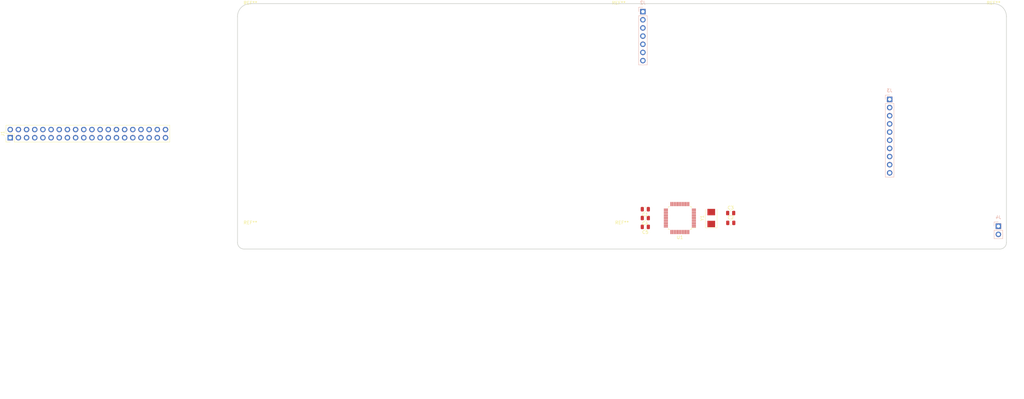
<source format=kicad_pcb>
(kicad_pcb (version 20171130) (host pcbnew "(5.0.0)")

  (general
    (thickness 1.6)
    (drawings 874)
    (tracks 0)
    (zones 0)
    (modules 16)
    (nets 90)
  )

  (page A4)
  (layers
    (0 F.Cu signal)
    (31 B.Cu signal)
    (32 B.Adhes user)
    (33 F.Adhes user)
    (34 B.Paste user)
    (35 F.Paste user)
    (36 B.SilkS user)
    (37 F.SilkS user)
    (38 B.Mask user)
    (39 F.Mask user)
    (40 Dwgs.User user)
    (41 Cmts.User user)
    (42 Eco1.User user)
    (43 Eco2.User user)
    (44 Edge.Cuts user)
    (45 Margin user)
    (46 B.CrtYd user)
    (47 F.CrtYd user)
    (48 B.Fab user)
    (49 F.Fab user)
  )

  (setup
    (last_trace_width 0.25)
    (trace_clearance 0.2)
    (zone_clearance 0.508)
    (zone_45_only no)
    (trace_min 0.2)
    (segment_width 0.2)
    (edge_width 0.2)
    (via_size 0.8)
    (via_drill 0.4)
    (via_min_size 0.4)
    (via_min_drill 0.3)
    (uvia_size 0.3)
    (uvia_drill 0.1)
    (uvias_allowed no)
    (uvia_min_size 0.2)
    (uvia_min_drill 0.1)
    (pcb_text_width 0.3)
    (pcb_text_size 1.5 1.5)
    (mod_edge_width 0.15)
    (mod_text_size 1 1)
    (mod_text_width 0.15)
    (pad_size 1.524 1.524)
    (pad_drill 0.762)
    (pad_to_mask_clearance 0.2)
    (aux_axis_origin 0 0)
    (grid_origin 154.2 51.061907)
    (visible_elements 7FFFFFFF)
    (pcbplotparams
      (layerselection 0x010fc_ffffffff)
      (usegerberextensions false)
      (usegerberattributes false)
      (usegerberadvancedattributes false)
      (creategerberjobfile false)
      (excludeedgelayer true)
      (linewidth 0.100000)
      (plotframeref false)
      (viasonmask false)
      (mode 1)
      (useauxorigin false)
      (hpglpennumber 1)
      (hpglpenspeed 20)
      (hpglpendiameter 15.000000)
      (psnegative false)
      (psa4output false)
      (plotreference true)
      (plotvalue true)
      (plotinvisibletext false)
      (padsonsilk false)
      (subtractmaskfromsilk false)
      (outputformat 1)
      (mirror false)
      (drillshape 1)
      (scaleselection 1)
      (outputdirectory ""))
  )

  (net 0 "")
  (net 1 "Net-(U1-Pad1)")
  (net 2 "Net-(U1-Pad2)")
  (net 3 "Net-(U1-Pad3)")
  (net 4 "Net-(U1-Pad4)")
  (net 5 OSC_IN)
  (net 6 OSC_OUT)
  (net 7 "Net-(U1-Pad7)")
  (net 8 "Net-(U1-Pad8)")
  (net 9 "Net-(U1-Pad9)")
  (net 10 "Net-(U1-Pad10)")
  (net 11 "Net-(U1-Pad11)")
  (net 12 "Net-(U1-Pad12)")
  (net 13 "Net-(U1-Pad13)")
  (net 14 "Net-(U1-Pad14)")
  (net 15 "Net-(U1-Pad15)")
  (net 16 "Net-(U1-Pad16)")
  (net 17 "Net-(U1-Pad17)")
  (net 18 "Net-(U1-Pad18)")
  (net 19 "Net-(U1-Pad19)")
  (net 20 "Net-(U1-Pad20)")
  (net 21 "Net-(U1-Pad21)")
  (net 22 "Net-(U1-Pad22)")
  (net 23 "Net-(U1-Pad23)")
  (net 24 "Net-(C1-Pad1)")
  (net 25 "Net-(U1-Pad25)")
  (net 26 "Net-(U1-Pad26)")
  (net 27 "Net-(U1-Pad27)")
  (net 28 "Net-(U1-Pad28)")
  (net 29 "Net-(U1-Pad29)")
  (net 30 "Net-(U1-Pad30)")
  (net 31 "Net-(U1-Pad31)")
  (net 32 "Net-(U1-Pad32)")
  (net 33 "Net-(U1-Pad33)")
  (net 34 "Net-(U1-Pad34)")
  (net 35 "Net-(U1-Pad35)")
  (net 36 "Net-(U1-Pad37)")
  (net 37 "Net-(U1-Pad38)")
  (net 38 "Net-(U1-Pad39)")
  (net 39 "Net-(U1-Pad40)")
  (net 40 "Net-(U1-Pad41)")
  (net 41 "Net-(U1-Pad42)")
  (net 42 "Net-(U1-Pad43)")
  (net 43 "Net-(U1-Pad44)")
  (net 44 "Net-(U1-Pad45)")
  (net 45 "Net-(U1-Pad46)")
  (net 46 "Net-(U1-Pad47)")
  (net 47 GNDREF)
  (net 48 "Net-(J1-Pad1)")
  (net 49 "Net-(J1-Pad2)")
  (net 50 SDA)
  (net 51 "Net-(J1-Pad4)")
  (net 52 SCL)
  (net 53 "Net-(J1-Pad7)")
  (net 54 "Net-(J1-Pad8)")
  (net 55 "Net-(J1-Pad10)")
  (net 56 "Net-(J1-Pad11)")
  (net 57 BCLK)
  (net 58 "Net-(J1-Pad13)")
  (net 59 "Net-(J1-Pad15)")
  (net 60 "Net-(J1-Pad16)")
  (net 61 "Net-(J1-Pad17)")
  (net 62 "Net-(J1-Pad18)")
  (net 63 MOSI_0)
  (net 64 MISO_0)
  (net 65 "Net-(J1-Pad22)")
  (net 66 SCLK_0)
  (net 67 CE0)
  (net 68 "Net-(J1-Pad26)")
  (net 69 "Net-(J1-Pad27)")
  (net 70 "Net-(J1-Pad28)")
  (net 71 "Net-(J1-Pad29)")
  (net 72 "Net-(J1-Pad31)")
  (net 73 "Net-(J1-Pad32)")
  (net 74 "Net-(J1-Pad33)")
  (net 75 LR_CLK)
  (net 76 "Net-(J1-Pad36)")
  (net 77 "Net-(J1-Pad37)")
  (net 78 I2S_TX)
  (net 79 I2S_RX)
  (net 80 GND)
  (net 81 5V)
  (net 82 LED_POW)
  (net 83 OUT_PIN)
  (net 84 SENSE_PIN)
  (net 85 LED_G)
  (net 86 LED_R)
  (net 87 3V3)
  (net 88 "Net-(J4-Pad1)")
  (net 89 "Net-(J4-Pad2)")

  (net_class Default "This is the default net class."
    (clearance 0.2)
    (trace_width 0.25)
    (via_dia 0.8)
    (via_drill 0.4)
    (uvia_dia 0.3)
    (uvia_drill 0.1)
    (add_net 3V3)
    (add_net 5V)
    (add_net BCLK)
    (add_net CE0)
    (add_net GND)
    (add_net GNDREF)
    (add_net I2S_RX)
    (add_net I2S_TX)
    (add_net LED_G)
    (add_net LED_POW)
    (add_net LED_R)
    (add_net LR_CLK)
    (add_net MISO_0)
    (add_net MOSI_0)
    (add_net "Net-(C1-Pad1)")
    (add_net "Net-(J1-Pad1)")
    (add_net "Net-(J1-Pad10)")
    (add_net "Net-(J1-Pad11)")
    (add_net "Net-(J1-Pad13)")
    (add_net "Net-(J1-Pad15)")
    (add_net "Net-(J1-Pad16)")
    (add_net "Net-(J1-Pad17)")
    (add_net "Net-(J1-Pad18)")
    (add_net "Net-(J1-Pad2)")
    (add_net "Net-(J1-Pad22)")
    (add_net "Net-(J1-Pad26)")
    (add_net "Net-(J1-Pad27)")
    (add_net "Net-(J1-Pad28)")
    (add_net "Net-(J1-Pad29)")
    (add_net "Net-(J1-Pad31)")
    (add_net "Net-(J1-Pad32)")
    (add_net "Net-(J1-Pad33)")
    (add_net "Net-(J1-Pad36)")
    (add_net "Net-(J1-Pad37)")
    (add_net "Net-(J1-Pad4)")
    (add_net "Net-(J1-Pad7)")
    (add_net "Net-(J1-Pad8)")
    (add_net "Net-(J4-Pad1)")
    (add_net "Net-(J4-Pad2)")
    (add_net "Net-(U1-Pad1)")
    (add_net "Net-(U1-Pad10)")
    (add_net "Net-(U1-Pad11)")
    (add_net "Net-(U1-Pad12)")
    (add_net "Net-(U1-Pad13)")
    (add_net "Net-(U1-Pad14)")
    (add_net "Net-(U1-Pad15)")
    (add_net "Net-(U1-Pad16)")
    (add_net "Net-(U1-Pad17)")
    (add_net "Net-(U1-Pad18)")
    (add_net "Net-(U1-Pad19)")
    (add_net "Net-(U1-Pad2)")
    (add_net "Net-(U1-Pad20)")
    (add_net "Net-(U1-Pad21)")
    (add_net "Net-(U1-Pad22)")
    (add_net "Net-(U1-Pad23)")
    (add_net "Net-(U1-Pad25)")
    (add_net "Net-(U1-Pad26)")
    (add_net "Net-(U1-Pad27)")
    (add_net "Net-(U1-Pad28)")
    (add_net "Net-(U1-Pad29)")
    (add_net "Net-(U1-Pad3)")
    (add_net "Net-(U1-Pad30)")
    (add_net "Net-(U1-Pad31)")
    (add_net "Net-(U1-Pad32)")
    (add_net "Net-(U1-Pad33)")
    (add_net "Net-(U1-Pad34)")
    (add_net "Net-(U1-Pad35)")
    (add_net "Net-(U1-Pad37)")
    (add_net "Net-(U1-Pad38)")
    (add_net "Net-(U1-Pad39)")
    (add_net "Net-(U1-Pad4)")
    (add_net "Net-(U1-Pad40)")
    (add_net "Net-(U1-Pad41)")
    (add_net "Net-(U1-Pad42)")
    (add_net "Net-(U1-Pad43)")
    (add_net "Net-(U1-Pad44)")
    (add_net "Net-(U1-Pad45)")
    (add_net "Net-(U1-Pad46)")
    (add_net "Net-(U1-Pad47)")
    (add_net "Net-(U1-Pad7)")
    (add_net "Net-(U1-Pad8)")
    (add_net "Net-(U1-Pad9)")
    (add_net OSC_IN)
    (add_net OSC_OUT)
    (add_net OUT_PIN)
    (add_net SCL)
    (add_net SCLK_0)
    (add_net SDA)
    (add_net SENSE_PIN)
  )

  (module MountingHole:MountingHole_3.2mm_M3 (layer F.Cu) (tedit 56D1B4CB) (tstamp 5BA92DF3)
    (at 263.2 37.341907)
    (descr "Mounting Hole 3.2mm, no annular, M3")
    (tags "mounting hole 3.2mm no annular m3")
    (attr virtual)
    (fp_text reference REF** (at 0 -4.2) (layer F.SilkS)
      (effects (font (size 1 1) (thickness 0.15)))
    )
    (fp_text value MountingHole_3.2mm_M3 (at 0 4.2) (layer F.Fab)
      (effects (font (size 1 1) (thickness 0.15)))
    )
    (fp_circle (center 0 0) (end 3.45 0) (layer F.CrtYd) (width 0.05))
    (fp_circle (center 0 0) (end 3.2 0) (layer Cmts.User) (width 0.15))
    (fp_text user %R (at 0.3 0) (layer F.Fab)
      (effects (font (size 1 1) (thickness 0.15)))
    )
    (pad 1 np_thru_hole circle (at 0 0) (size 3.2 3.2) (drill 3.2) (layers *.Cu *.Mask))
  )

  (module MountingHole:MountingHole_3.2mm_M3 (layer F.Cu) (tedit 56D1B4CB) (tstamp 5BA92DE5)
    (at 146.7 37.341907)
    (descr "Mounting Hole 3.2mm, no annular, M3")
    (tags "mounting hole 3.2mm no annular m3")
    (attr virtual)
    (fp_text reference REF** (at 0 -4.2) (layer F.SilkS)
      (effects (font (size 1 1) (thickness 0.15)))
    )
    (fp_text value MountingHole_3.2mm_M3 (at 0 4.2) (layer F.Fab)
      (effects (font (size 1 1) (thickness 0.15)))
    )
    (fp_text user %R (at 0.3 0) (layer F.Fab)
      (effects (font (size 1 1) (thickness 0.15)))
    )
    (fp_circle (center 0 0) (end 3.2 0) (layer Cmts.User) (width 0.15))
    (fp_circle (center 0 0) (end 3.45 0) (layer F.CrtYd) (width 0.05))
    (pad 1 np_thru_hole circle (at 0 0) (size 3.2 3.2) (drill 3.2) (layers *.Cu *.Mask))
  )

  (module MountingHole:MountingHole_3.2mm_M3 (layer F.Cu) (tedit 56D1B4CB) (tstamp 5BA92DC8)
    (at 147.7 105.700911)
    (descr "Mounting Hole 3.2mm, no annular, M3")
    (tags "mounting hole 3.2mm no annular m3")
    (attr virtual)
    (fp_text reference REF** (at 0 -4.2) (layer F.SilkS)
      (effects (font (size 1 1) (thickness 0.15)))
    )
    (fp_text value MountingHole_3.2mm_M3 (at 0 4.2) (layer F.Fab)
      (effects (font (size 1 1) (thickness 0.15)))
    )
    (fp_circle (center 0 0) (end 3.45 0) (layer F.CrtYd) (width 0.05))
    (fp_circle (center 0 0) (end 3.2 0) (layer Cmts.User) (width 0.15))
    (fp_text user %R (at 0.3 0) (layer F.Fab)
      (effects (font (size 1 1) (thickness 0.15)))
    )
    (pad 1 np_thru_hole circle (at 0 0) (size 3.2 3.2) (drill 3.2) (layers *.Cu *.Mask))
  )

  (module MountingHole:MountingHole_3.2mm_M3 (layer F.Cu) (tedit 56D1B4CB) (tstamp 5BA92DBA)
    (at 32.2 105.700911)
    (descr "Mounting Hole 3.2mm, no annular, M3")
    (tags "mounting hole 3.2mm no annular m3")
    (attr virtual)
    (fp_text reference REF** (at 0 -4.2) (layer F.SilkS)
      (effects (font (size 1 1) (thickness 0.15)))
    )
    (fp_text value MountingHole_3.2mm_M3 (at 0 4.2) (layer F.Fab)
      (effects (font (size 1 1) (thickness 0.15)))
    )
    (fp_text user %R (at 0.3 0) (layer F.Fab)
      (effects (font (size 1 1) (thickness 0.15)))
    )
    (fp_circle (center 0 0) (end 3.2 0) (layer Cmts.User) (width 0.15))
    (fp_circle (center 0 0) (end 3.45 0) (layer F.CrtYd) (width 0.05))
    (pad 1 np_thru_hole circle (at 0 0) (size 3.2 3.2) (drill 3.2) (layers *.Cu *.Mask))
  )

  (module MountingHole:MountingHole_3.2mm_M3 (layer F.Cu) (tedit 56D1B4CB) (tstamp 5BA92D93)
    (at 32.2 37.341907)
    (descr "Mounting Hole 3.2mm, no annular, M3")
    (tags "mounting hole 3.2mm no annular m3")
    (attr virtual)
    (fp_text reference REF** (at 0 -4.2) (layer F.SilkS)
      (effects (font (size 1 1) (thickness 0.15)))
    )
    (fp_text value MountingHole_3.2mm_M3 (at 0 4.2) (layer F.Fab)
      (effects (font (size 1 1) (thickness 0.15)))
    )
    (fp_circle (center 0 0) (end 3.45 0) (layer F.CrtYd) (width 0.05))
    (fp_circle (center 0 0) (end 3.2 0) (layer Cmts.User) (width 0.15))
    (fp_text user %R (at 0.3 0) (layer F.Fab)
      (effects (font (size 1 1) (thickness 0.15)))
    )
    (pad 1 np_thru_hole circle (at 0 0) (size 3.2 3.2) (drill 3.2) (layers *.Cu *.Mask))
  )

  (module Capacitor_SMD:C_0805_2012Metric (layer F.Cu) (tedit 5B36C52B) (tstamp 5BA962BF)
    (at 154.95 97.311907 180)
    (descr "Capacitor SMD 0805 (2012 Metric), square (rectangular) end terminal, IPC_7351 nominal, (Body size source: https://docs.google.com/spreadsheets/d/1BsfQQcO9C6DZCsRaXUlFlo91Tg2WpOkGARC1WS5S8t0/edit?usp=sharing), generated with kicad-footprint-generator")
    (tags capacitor)
    (path /5B9EEF85)
    (attr smd)
    (fp_text reference C1 (at 0 -1.65 180) (layer F.SilkS)
      (effects (font (size 1 1) (thickness 0.15)))
    )
    (fp_text value 1uf (at 0 1.65 180) (layer F.Fab)
      (effects (font (size 1 1) (thickness 0.15)))
    )
    (fp_line (start -1 0.6) (end -1 -0.6) (layer F.Fab) (width 0.1))
    (fp_line (start -1 -0.6) (end 1 -0.6) (layer F.Fab) (width 0.1))
    (fp_line (start 1 -0.6) (end 1 0.6) (layer F.Fab) (width 0.1))
    (fp_line (start 1 0.6) (end -1 0.6) (layer F.Fab) (width 0.1))
    (fp_line (start -0.258578 -0.71) (end 0.258578 -0.71) (layer F.SilkS) (width 0.12))
    (fp_line (start -0.258578 0.71) (end 0.258578 0.71) (layer F.SilkS) (width 0.12))
    (fp_line (start -1.68 0.95) (end -1.68 -0.95) (layer F.CrtYd) (width 0.05))
    (fp_line (start -1.68 -0.95) (end 1.68 -0.95) (layer F.CrtYd) (width 0.05))
    (fp_line (start 1.68 -0.95) (end 1.68 0.95) (layer F.CrtYd) (width 0.05))
    (fp_line (start 1.68 0.95) (end -1.68 0.95) (layer F.CrtYd) (width 0.05))
    (fp_text user %R (at 0 0 180) (layer F.Fab)
      (effects (font (size 0.5 0.5) (thickness 0.08)))
    )
    (pad 1 smd roundrect (at -0.9375 0 180) (size 0.975 1.4) (layers F.Cu F.Paste F.Mask) (roundrect_rratio 0.25)
      (net 24 "Net-(C1-Pad1)"))
    (pad 2 smd roundrect (at 0.9375 0 180) (size 0.975 1.4) (layers F.Cu F.Paste F.Mask) (roundrect_rratio 0.25)
      (net 47 GNDREF))
    (model ${KISYS3DMOD}/Capacitor_SMD.3dshapes/C_0805_2012Metric.wrl
      (at (xyz 0 0 0))
      (scale (xyz 1 1 1))
      (rotate (xyz 0 0 0))
    )
  )

  (module Capacitor_SMD:C_0805_2012Metric (layer F.Cu) (tedit 5B36C52B) (tstamp 5BA962D0)
    (at 181.5125 101.561907)
    (descr "Capacitor SMD 0805 (2012 Metric), square (rectangular) end terminal, IPC_7351 nominal, (Body size source: https://docs.google.com/spreadsheets/d/1BsfQQcO9C6DZCsRaXUlFlo91Tg2WpOkGARC1WS5S8t0/edit?usp=sharing), generated with kicad-footprint-generator")
    (tags capacitor)
    (path /5B9F3A1E)
    (attr smd)
    (fp_text reference C2 (at 0 -1.65) (layer F.SilkS)
      (effects (font (size 1 1) (thickness 0.15)))
    )
    (fp_text value 22pf (at 0 1.65) (layer F.Fab)
      (effects (font (size 1 1) (thickness 0.15)))
    )
    (fp_line (start -1 0.6) (end -1 -0.6) (layer F.Fab) (width 0.1))
    (fp_line (start -1 -0.6) (end 1 -0.6) (layer F.Fab) (width 0.1))
    (fp_line (start 1 -0.6) (end 1 0.6) (layer F.Fab) (width 0.1))
    (fp_line (start 1 0.6) (end -1 0.6) (layer F.Fab) (width 0.1))
    (fp_line (start -0.258578 -0.71) (end 0.258578 -0.71) (layer F.SilkS) (width 0.12))
    (fp_line (start -0.258578 0.71) (end 0.258578 0.71) (layer F.SilkS) (width 0.12))
    (fp_line (start -1.68 0.95) (end -1.68 -0.95) (layer F.CrtYd) (width 0.05))
    (fp_line (start -1.68 -0.95) (end 1.68 -0.95) (layer F.CrtYd) (width 0.05))
    (fp_line (start 1.68 -0.95) (end 1.68 0.95) (layer F.CrtYd) (width 0.05))
    (fp_line (start 1.68 0.95) (end -1.68 0.95) (layer F.CrtYd) (width 0.05))
    (fp_text user %R (at 0 0) (layer F.Fab)
      (effects (font (size 0.5 0.5) (thickness 0.08)))
    )
    (pad 1 smd roundrect (at -0.9375 0) (size 0.975 1.4) (layers F.Cu F.Paste F.Mask) (roundrect_rratio 0.25)
      (net 5 OSC_IN))
    (pad 2 smd roundrect (at 0.9375 0) (size 0.975 1.4) (layers F.Cu F.Paste F.Mask) (roundrect_rratio 0.25)
      (net 47 GNDREF))
    (model ${KISYS3DMOD}/Capacitor_SMD.3dshapes/C_0805_2012Metric.wrl
      (at (xyz 0 0 0))
      (scale (xyz 1 1 1))
      (rotate (xyz 0 0 0))
    )
  )

  (module Capacitor_SMD:C_0805_2012Metric (layer F.Cu) (tedit 5B36C52B) (tstamp 5BA962E1)
    (at 181.485001 98.506908)
    (descr "Capacitor SMD 0805 (2012 Metric), square (rectangular) end terminal, IPC_7351 nominal, (Body size source: https://docs.google.com/spreadsheets/d/1BsfQQcO9C6DZCsRaXUlFlo91Tg2WpOkGARC1WS5S8t0/edit?usp=sharing), generated with kicad-footprint-generator")
    (tags capacitor)
    (path /5B9F31EC)
    (attr smd)
    (fp_text reference C3 (at 0 -1.65) (layer F.SilkS)
      (effects (font (size 1 1) (thickness 0.15)))
    )
    (fp_text value 22pf (at 0 1.65) (layer F.Fab)
      (effects (font (size 1 1) (thickness 0.15)))
    )
    (fp_text user %R (at 0 0) (layer F.Fab)
      (effects (font (size 0.5 0.5) (thickness 0.08)))
    )
    (fp_line (start 1.68 0.95) (end -1.68 0.95) (layer F.CrtYd) (width 0.05))
    (fp_line (start 1.68 -0.95) (end 1.68 0.95) (layer F.CrtYd) (width 0.05))
    (fp_line (start -1.68 -0.95) (end 1.68 -0.95) (layer F.CrtYd) (width 0.05))
    (fp_line (start -1.68 0.95) (end -1.68 -0.95) (layer F.CrtYd) (width 0.05))
    (fp_line (start -0.258578 0.71) (end 0.258578 0.71) (layer F.SilkS) (width 0.12))
    (fp_line (start -0.258578 -0.71) (end 0.258578 -0.71) (layer F.SilkS) (width 0.12))
    (fp_line (start 1 0.6) (end -1 0.6) (layer F.Fab) (width 0.1))
    (fp_line (start 1 -0.6) (end 1 0.6) (layer F.Fab) (width 0.1))
    (fp_line (start -1 -0.6) (end 1 -0.6) (layer F.Fab) (width 0.1))
    (fp_line (start -1 0.6) (end -1 -0.6) (layer F.Fab) (width 0.1))
    (pad 2 smd roundrect (at 0.9375 0) (size 0.975 1.4) (layers F.Cu F.Paste F.Mask) (roundrect_rratio 0.25)
      (net 47 GNDREF))
    (pad 1 smd roundrect (at -0.9375 0) (size 0.975 1.4) (layers F.Cu F.Paste F.Mask) (roundrect_rratio 0.25)
      (net 6 OSC_OUT))
    (model ${KISYS3DMOD}/Capacitor_SMD.3dshapes/C_0805_2012Metric.wrl
      (at (xyz 0 0 0))
      (scale (xyz 1 1 1))
      (rotate (xyz 0 0 0))
    )
  )

  (module Capacitor_SMD:C_0805_2012Metric (layer F.Cu) (tedit 5B36C52B) (tstamp 5BA962F2)
    (at 154.95 100.061907 180)
    (descr "Capacitor SMD 0805 (2012 Metric), square (rectangular) end terminal, IPC_7351 nominal, (Body size source: https://docs.google.com/spreadsheets/d/1BsfQQcO9C6DZCsRaXUlFlo91Tg2WpOkGARC1WS5S8t0/edit?usp=sharing), generated with kicad-footprint-generator")
    (tags capacitor)
    (path /5B9EEF5F)
    (attr smd)
    (fp_text reference C4 (at 0 -1.65 180) (layer F.SilkS)
      (effects (font (size 1 1) (thickness 0.15)))
    )
    (fp_text value 1uf (at 0 1.65 180) (layer F.Fab)
      (effects (font (size 1 1) (thickness 0.15)))
    )
    (fp_text user %R (at 0 0 180) (layer F.Fab)
      (effects (font (size 0.5 0.5) (thickness 0.08)))
    )
    (fp_line (start 1.68 0.95) (end -1.68 0.95) (layer F.CrtYd) (width 0.05))
    (fp_line (start 1.68 -0.95) (end 1.68 0.95) (layer F.CrtYd) (width 0.05))
    (fp_line (start -1.68 -0.95) (end 1.68 -0.95) (layer F.CrtYd) (width 0.05))
    (fp_line (start -1.68 0.95) (end -1.68 -0.95) (layer F.CrtYd) (width 0.05))
    (fp_line (start -0.258578 0.71) (end 0.258578 0.71) (layer F.SilkS) (width 0.12))
    (fp_line (start -0.258578 -0.71) (end 0.258578 -0.71) (layer F.SilkS) (width 0.12))
    (fp_line (start 1 0.6) (end -1 0.6) (layer F.Fab) (width 0.1))
    (fp_line (start 1 -0.6) (end 1 0.6) (layer F.Fab) (width 0.1))
    (fp_line (start -1 -0.6) (end 1 -0.6) (layer F.Fab) (width 0.1))
    (fp_line (start -1 0.6) (end -1 -0.6) (layer F.Fab) (width 0.1))
    (pad 2 smd roundrect (at 0.9375 0 180) (size 0.975 1.4) (layers F.Cu F.Paste F.Mask) (roundrect_rratio 0.25)
      (net 47 GNDREF))
    (pad 1 smd roundrect (at -0.9375 0 180) (size 0.975 1.4) (layers F.Cu F.Paste F.Mask) (roundrect_rratio 0.25)
      (net 24 "Net-(C1-Pad1)"))
    (model ${KISYS3DMOD}/Capacitor_SMD.3dshapes/C_0805_2012Metric.wrl
      (at (xyz 0 0 0))
      (scale (xyz 1 1 1))
      (rotate (xyz 0 0 0))
    )
  )

  (module Capacitor_SMD:C_0805_2012Metric (layer F.Cu) (tedit 5B36C52B) (tstamp 5BA96303)
    (at 154.95 102.811907 180)
    (descr "Capacitor SMD 0805 (2012 Metric), square (rectangular) end terminal, IPC_7351 nominal, (Body size source: https://docs.google.com/spreadsheets/d/1BsfQQcO9C6DZCsRaXUlFlo91Tg2WpOkGARC1WS5S8t0/edit?usp=sharing), generated with kicad-footprint-generator")
    (tags capacitor)
    (path /5B9EEDF1)
    (attr smd)
    (fp_text reference C5 (at 0 -1.65 180) (layer F.SilkS)
      (effects (font (size 1 1) (thickness 0.15)))
    )
    (fp_text value 1uf (at 0 1.65 180) (layer F.Fab)
      (effects (font (size 1 1) (thickness 0.15)))
    )
    (fp_line (start -1 0.6) (end -1 -0.6) (layer F.Fab) (width 0.1))
    (fp_line (start -1 -0.6) (end 1 -0.6) (layer F.Fab) (width 0.1))
    (fp_line (start 1 -0.6) (end 1 0.6) (layer F.Fab) (width 0.1))
    (fp_line (start 1 0.6) (end -1 0.6) (layer F.Fab) (width 0.1))
    (fp_line (start -0.258578 -0.71) (end 0.258578 -0.71) (layer F.SilkS) (width 0.12))
    (fp_line (start -0.258578 0.71) (end 0.258578 0.71) (layer F.SilkS) (width 0.12))
    (fp_line (start -1.68 0.95) (end -1.68 -0.95) (layer F.CrtYd) (width 0.05))
    (fp_line (start -1.68 -0.95) (end 1.68 -0.95) (layer F.CrtYd) (width 0.05))
    (fp_line (start 1.68 -0.95) (end 1.68 0.95) (layer F.CrtYd) (width 0.05))
    (fp_line (start 1.68 0.95) (end -1.68 0.95) (layer F.CrtYd) (width 0.05))
    (fp_text user %R (at 0 0 180) (layer F.Fab)
      (effects (font (size 0.5 0.5) (thickness 0.08)))
    )
    (pad 1 smd roundrect (at -0.9375 0 180) (size 0.975 1.4) (layers F.Cu F.Paste F.Mask) (roundrect_rratio 0.25)
      (net 24 "Net-(C1-Pad1)"))
    (pad 2 smd roundrect (at 0.9375 0 180) (size 0.975 1.4) (layers F.Cu F.Paste F.Mask) (roundrect_rratio 0.25)
      (net 47 GNDREF))
    (model ${KISYS3DMOD}/Capacitor_SMD.3dshapes/C_0805_2012Metric.wrl
      (at (xyz 0 0 0))
      (scale (xyz 1 1 1))
      (rotate (xyz 0 0 0))
    )
  )

  (module Connector_PinHeader_2.54mm:PinHeader_2x20_P2.54mm_Vertical (layer F.Cu) (tedit 59FED5CC) (tstamp 5BA96341)
    (at -42.45 75.061907 90)
    (descr "Through hole straight pin header, 2x20, 2.54mm pitch, double rows")
    (tags "Through hole pin header THT 2x20 2.54mm double row")
    (path /5B9DB147)
    (fp_text reference J1 (at 1.27 -2.33 90) (layer F.SilkS)
      (effects (font (size 1 1) (thickness 0.15)))
    )
    (fp_text value Raspberry_Pi_2_3 (at 1.27 50.59 90) (layer F.Fab)
      (effects (font (size 1 1) (thickness 0.15)))
    )
    (fp_line (start 0 -1.27) (end 3.81 -1.27) (layer F.Fab) (width 0.1))
    (fp_line (start 3.81 -1.27) (end 3.81 49.53) (layer F.Fab) (width 0.1))
    (fp_line (start 3.81 49.53) (end -1.27 49.53) (layer F.Fab) (width 0.1))
    (fp_line (start -1.27 49.53) (end -1.27 0) (layer F.Fab) (width 0.1))
    (fp_line (start -1.27 0) (end 0 -1.27) (layer F.Fab) (width 0.1))
    (fp_line (start -1.33 49.59) (end 3.87 49.59) (layer F.SilkS) (width 0.12))
    (fp_line (start -1.33 1.27) (end -1.33 49.59) (layer F.SilkS) (width 0.12))
    (fp_line (start 3.87 -1.33) (end 3.87 49.59) (layer F.SilkS) (width 0.12))
    (fp_line (start -1.33 1.27) (end 1.27 1.27) (layer F.SilkS) (width 0.12))
    (fp_line (start 1.27 1.27) (end 1.27 -1.33) (layer F.SilkS) (width 0.12))
    (fp_line (start 1.27 -1.33) (end 3.87 -1.33) (layer F.SilkS) (width 0.12))
    (fp_line (start -1.33 0) (end -1.33 -1.33) (layer F.SilkS) (width 0.12))
    (fp_line (start -1.33 -1.33) (end 0 -1.33) (layer F.SilkS) (width 0.12))
    (fp_line (start -1.8 -1.8) (end -1.8 50.05) (layer F.CrtYd) (width 0.05))
    (fp_line (start -1.8 50.05) (end 4.35 50.05) (layer F.CrtYd) (width 0.05))
    (fp_line (start 4.35 50.05) (end 4.35 -1.8) (layer F.CrtYd) (width 0.05))
    (fp_line (start 4.35 -1.8) (end -1.8 -1.8) (layer F.CrtYd) (width 0.05))
    (fp_text user %R (at 1.27 24.13 180) (layer F.Fab)
      (effects (font (size 1 1) (thickness 0.15)))
    )
    (pad 1 thru_hole rect (at 0 0 90) (size 1.7 1.7) (drill 1) (layers *.Cu *.Mask)
      (net 48 "Net-(J1-Pad1)"))
    (pad 2 thru_hole oval (at 2.54 0 90) (size 1.7 1.7) (drill 1) (layers *.Cu *.Mask)
      (net 49 "Net-(J1-Pad2)"))
    (pad 3 thru_hole oval (at 0 2.54 90) (size 1.7 1.7) (drill 1) (layers *.Cu *.Mask)
      (net 50 SDA))
    (pad 4 thru_hole oval (at 2.54 2.54 90) (size 1.7 1.7) (drill 1) (layers *.Cu *.Mask)
      (net 51 "Net-(J1-Pad4)"))
    (pad 5 thru_hole oval (at 0 5.08 90) (size 1.7 1.7) (drill 1) (layers *.Cu *.Mask)
      (net 52 SCL))
    (pad 6 thru_hole oval (at 2.54 5.08 90) (size 1.7 1.7) (drill 1) (layers *.Cu *.Mask)
      (net 47 GNDREF))
    (pad 7 thru_hole oval (at 0 7.62 90) (size 1.7 1.7) (drill 1) (layers *.Cu *.Mask)
      (net 53 "Net-(J1-Pad7)"))
    (pad 8 thru_hole oval (at 2.54 7.62 90) (size 1.7 1.7) (drill 1) (layers *.Cu *.Mask)
      (net 54 "Net-(J1-Pad8)"))
    (pad 9 thru_hole oval (at 0 10.16 90) (size 1.7 1.7) (drill 1) (layers *.Cu *.Mask)
      (net 47 GNDREF))
    (pad 10 thru_hole oval (at 2.54 10.16 90) (size 1.7 1.7) (drill 1) (layers *.Cu *.Mask)
      (net 55 "Net-(J1-Pad10)"))
    (pad 11 thru_hole oval (at 0 12.7 90) (size 1.7 1.7) (drill 1) (layers *.Cu *.Mask)
      (net 56 "Net-(J1-Pad11)"))
    (pad 12 thru_hole oval (at 2.54 12.7 90) (size 1.7 1.7) (drill 1) (layers *.Cu *.Mask)
      (net 57 BCLK))
    (pad 13 thru_hole oval (at 0 15.24 90) (size 1.7 1.7) (drill 1) (layers *.Cu *.Mask)
      (net 58 "Net-(J1-Pad13)"))
    (pad 14 thru_hole oval (at 2.54 15.24 90) (size 1.7 1.7) (drill 1) (layers *.Cu *.Mask)
      (net 47 GNDREF))
    (pad 15 thru_hole oval (at 0 17.78 90) (size 1.7 1.7) (drill 1) (layers *.Cu *.Mask)
      (net 59 "Net-(J1-Pad15)"))
    (pad 16 thru_hole oval (at 2.54 17.78 90) (size 1.7 1.7) (drill 1) (layers *.Cu *.Mask)
      (net 60 "Net-(J1-Pad16)"))
    (pad 17 thru_hole oval (at 0 20.32 90) (size 1.7 1.7) (drill 1) (layers *.Cu *.Mask)
      (net 61 "Net-(J1-Pad17)"))
    (pad 18 thru_hole oval (at 2.54 20.32 90) (size 1.7 1.7) (drill 1) (layers *.Cu *.Mask)
      (net 62 "Net-(J1-Pad18)"))
    (pad 19 thru_hole oval (at 0 22.86 90) (size 1.7 1.7) (drill 1) (layers *.Cu *.Mask)
      (net 63 MOSI_0))
    (pad 20 thru_hole oval (at 2.54 22.86 90) (size 1.7 1.7) (drill 1) (layers *.Cu *.Mask)
      (net 47 GNDREF))
    (pad 21 thru_hole oval (at 0 25.4 90) (size 1.7 1.7) (drill 1) (layers *.Cu *.Mask)
      (net 64 MISO_0))
    (pad 22 thru_hole oval (at 2.54 25.4 90) (size 1.7 1.7) (drill 1) (layers *.Cu *.Mask)
      (net 65 "Net-(J1-Pad22)"))
    (pad 23 thru_hole oval (at 0 27.94 90) (size 1.7 1.7) (drill 1) (layers *.Cu *.Mask)
      (net 66 SCLK_0))
    (pad 24 thru_hole oval (at 2.54 27.94 90) (size 1.7 1.7) (drill 1) (layers *.Cu *.Mask)
      (net 67 CE0))
    (pad 25 thru_hole oval (at 0 30.48 90) (size 1.7 1.7) (drill 1) (layers *.Cu *.Mask)
      (net 47 GNDREF))
    (pad 26 thru_hole oval (at 2.54 30.48 90) (size 1.7 1.7) (drill 1) (layers *.Cu *.Mask)
      (net 68 "Net-(J1-Pad26)"))
    (pad 27 thru_hole oval (at 0 33.02 90) (size 1.7 1.7) (drill 1) (layers *.Cu *.Mask)
      (net 69 "Net-(J1-Pad27)"))
    (pad 28 thru_hole oval (at 2.54 33.02 90) (size 1.7 1.7) (drill 1) (layers *.Cu *.Mask)
      (net 70 "Net-(J1-Pad28)"))
    (pad 29 thru_hole oval (at 0 35.56 90) (size 1.7 1.7) (drill 1) (layers *.Cu *.Mask)
      (net 71 "Net-(J1-Pad29)"))
    (pad 30 thru_hole oval (at 2.54 35.56 90) (size 1.7 1.7) (drill 1) (layers *.Cu *.Mask)
      (net 47 GNDREF))
    (pad 31 thru_hole oval (at 0 38.1 90) (size 1.7 1.7) (drill 1) (layers *.Cu *.Mask)
      (net 72 "Net-(J1-Pad31)"))
    (pad 32 thru_hole oval (at 2.54 38.1 90) (size 1.7 1.7) (drill 1) (layers *.Cu *.Mask)
      (net 73 "Net-(J1-Pad32)"))
    (pad 33 thru_hole oval (at 0 40.64 90) (size 1.7 1.7) (drill 1) (layers *.Cu *.Mask)
      (net 74 "Net-(J1-Pad33)"))
    (pad 34 thru_hole oval (at 2.54 40.64 90) (size 1.7 1.7) (drill 1) (layers *.Cu *.Mask)
      (net 47 GNDREF))
    (pad 35 thru_hole oval (at 0 43.18 90) (size 1.7 1.7) (drill 1) (layers *.Cu *.Mask)
      (net 75 LR_CLK))
    (pad 36 thru_hole oval (at 2.54 43.18 90) (size 1.7 1.7) (drill 1) (layers *.Cu *.Mask)
      (net 76 "Net-(J1-Pad36)"))
    (pad 37 thru_hole oval (at 0 45.72 90) (size 1.7 1.7) (drill 1) (layers *.Cu *.Mask)
      (net 77 "Net-(J1-Pad37)"))
    (pad 38 thru_hole oval (at 2.54 45.72 90) (size 1.7 1.7) (drill 1) (layers *.Cu *.Mask)
      (net 78 I2S_TX))
    (pad 39 thru_hole oval (at 0 48.26 90) (size 1.7 1.7) (drill 1) (layers *.Cu *.Mask)
      (net 47 GNDREF))
    (pad 40 thru_hole oval (at 2.54 48.26 90) (size 1.7 1.7) (drill 1) (layers *.Cu *.Mask)
      (net 79 I2S_RX))
    (model ${KISYS3DMOD}/Connector_PinHeader_2.54mm.3dshapes/PinHeader_2x20_P2.54mm_Vertical.wrl
      (offset (xyz 2.5 0 -1.6))
      (scale (xyz 1 1 1))
      (rotate (xyz 0 180 0))
    )
  )

  (module Connector_PinSocket_2.54mm:PinSocket_1x07_P2.54mm_Vertical (layer B.Cu) (tedit 5A19A433) (tstamp 5BA9635C)
    (at 154.2 35.821907 180)
    (descr "Through hole straight socket strip, 1x07, 2.54mm pitch, single row (from Kicad 4.0.7), script generated")
    (tags "Through hole socket strip THT 1x07 2.54mm single row")
    (path /5B9CEF9A)
    (fp_text reference J2 (at 0 2.77 180) (layer B.SilkS)
      (effects (font (size 1 1) (thickness 0.15)) (justify mirror))
    )
    (fp_text value POWER_BOARD (at 0 -18.01 180) (layer B.Fab)
      (effects (font (size 1 1) (thickness 0.15)) (justify mirror))
    )
    (fp_line (start -1.27 1.27) (end 0.635 1.27) (layer B.Fab) (width 0.1))
    (fp_line (start 0.635 1.27) (end 1.27 0.635) (layer B.Fab) (width 0.1))
    (fp_line (start 1.27 0.635) (end 1.27 -16.51) (layer B.Fab) (width 0.1))
    (fp_line (start 1.27 -16.51) (end -1.27 -16.51) (layer B.Fab) (width 0.1))
    (fp_line (start -1.27 -16.51) (end -1.27 1.27) (layer B.Fab) (width 0.1))
    (fp_line (start -1.33 -1.27) (end 1.33 -1.27) (layer B.SilkS) (width 0.12))
    (fp_line (start -1.33 -1.27) (end -1.33 -16.57) (layer B.SilkS) (width 0.12))
    (fp_line (start -1.33 -16.57) (end 1.33 -16.57) (layer B.SilkS) (width 0.12))
    (fp_line (start 1.33 -1.27) (end 1.33 -16.57) (layer B.SilkS) (width 0.12))
    (fp_line (start 1.33 1.33) (end 1.33 0) (layer B.SilkS) (width 0.12))
    (fp_line (start 0 1.33) (end 1.33 1.33) (layer B.SilkS) (width 0.12))
    (fp_line (start -1.8 1.8) (end 1.75 1.8) (layer B.CrtYd) (width 0.05))
    (fp_line (start 1.75 1.8) (end 1.75 -17) (layer B.CrtYd) (width 0.05))
    (fp_line (start 1.75 -17) (end -1.8 -17) (layer B.CrtYd) (width 0.05))
    (fp_line (start -1.8 -17) (end -1.8 1.8) (layer B.CrtYd) (width 0.05))
    (fp_text user %R (at 0 -7.62 90) (layer B.Fab)
      (effects (font (size 1 1) (thickness 0.15)) (justify mirror))
    )
    (pad 1 thru_hole rect (at 0 0 180) (size 1.7 1.7) (drill 1) (layers *.Cu *.Mask)
      (net 80 GND))
    (pad 2 thru_hole oval (at 0 -2.54 180) (size 1.7 1.7) (drill 1) (layers *.Cu *.Mask)
      (net 81 5V))
    (pad 3 thru_hole oval (at 0 -5.08 180) (size 1.7 1.7) (drill 1) (layers *.Cu *.Mask)
      (net 82 LED_POW))
    (pad 4 thru_hole oval (at 0 -7.62 180) (size 1.7 1.7) (drill 1) (layers *.Cu *.Mask)
      (net 83 OUT_PIN))
    (pad 5 thru_hole oval (at 0 -10.16 180) (size 1.7 1.7) (drill 1) (layers *.Cu *.Mask)
      (net 84 SENSE_PIN))
    (pad 6 thru_hole oval (at 0 -12.7 180) (size 1.7 1.7) (drill 1) (layers *.Cu *.Mask)
      (net 85 LED_G))
    (pad 7 thru_hole oval (at 0 -15.24 180) (size 1.7 1.7) (drill 1) (layers *.Cu *.Mask)
      (net 86 LED_R))
    (model ${KISYS3DMOD}/Connector_PinSocket_2.54mm.3dshapes/PinSocket_1x07_P2.54mm_Vertical.wrl
      (at (xyz 0 0 0))
      (scale (xyz 1 1 1))
      (rotate (xyz 0 0 0))
    )
  )

  (module Connector_PinSocket_2.54mm:PinSocket_1x10_P2.54mm_Vertical (layer B.Cu) (tedit 5A19A425) (tstamp 5BA9637A)
    (at 230.901366 63.141907 180)
    (descr "Through hole straight socket strip, 1x10, 2.54mm pitch, single row (from Kicad 4.0.7), script generated")
    (tags "Through hole socket strip THT 1x10 2.54mm single row")
    (path /5B9D1344)
    (fp_text reference J3 (at 0 2.77 180) (layer B.SilkS)
      (effects (font (size 1 1) (thickness 0.15)) (justify mirror))
    )
    (fp_text value AUDIO_BOARD (at 0 -25.63 180) (layer B.Fab)
      (effects (font (size 1 1) (thickness 0.15)) (justify mirror))
    )
    (fp_line (start -1.27 1.27) (end 0.635 1.27) (layer B.Fab) (width 0.1))
    (fp_line (start 0.635 1.27) (end 1.27 0.635) (layer B.Fab) (width 0.1))
    (fp_line (start 1.27 0.635) (end 1.27 -24.13) (layer B.Fab) (width 0.1))
    (fp_line (start 1.27 -24.13) (end -1.27 -24.13) (layer B.Fab) (width 0.1))
    (fp_line (start -1.27 -24.13) (end -1.27 1.27) (layer B.Fab) (width 0.1))
    (fp_line (start -1.33 -1.27) (end 1.33 -1.27) (layer B.SilkS) (width 0.12))
    (fp_line (start -1.33 -1.27) (end -1.33 -24.19) (layer B.SilkS) (width 0.12))
    (fp_line (start -1.33 -24.19) (end 1.33 -24.19) (layer B.SilkS) (width 0.12))
    (fp_line (start 1.33 -1.27) (end 1.33 -24.19) (layer B.SilkS) (width 0.12))
    (fp_line (start 1.33 1.33) (end 1.33 0) (layer B.SilkS) (width 0.12))
    (fp_line (start 0 1.33) (end 1.33 1.33) (layer B.SilkS) (width 0.12))
    (fp_line (start -1.8 1.8) (end 1.75 1.8) (layer B.CrtYd) (width 0.05))
    (fp_line (start 1.75 1.8) (end 1.75 -24.6) (layer B.CrtYd) (width 0.05))
    (fp_line (start 1.75 -24.6) (end -1.8 -24.6) (layer B.CrtYd) (width 0.05))
    (fp_line (start -1.8 -24.6) (end -1.8 1.8) (layer B.CrtYd) (width 0.05))
    (fp_text user %R (at 0 -11.43 90) (layer B.Fab)
      (effects (font (size 1 1) (thickness 0.15)) (justify mirror))
    )
    (pad 1 thru_hole rect (at 0 0 180) (size 1.7 1.7) (drill 1) (layers *.Cu *.Mask)
      (net 47 GNDREF))
    (pad 2 thru_hole oval (at 0 -2.54 180) (size 1.7 1.7) (drill 1) (layers *.Cu *.Mask)
      (net 75 LR_CLK))
    (pad 3 thru_hole oval (at 0 -5.08 180) (size 1.7 1.7) (drill 1) (layers *.Cu *.Mask)
      (net 57 BCLK))
    (pad 4 thru_hole oval (at 0 -7.62 180) (size 1.7 1.7) (drill 1) (layers *.Cu *.Mask)
      (net 79 I2S_RX))
    (pad 5 thru_hole oval (at 0 -10.16 180) (size 1.7 1.7) (drill 1) (layers *.Cu *.Mask)
      (net 78 I2S_TX))
    (pad 6 thru_hole oval (at 0 -12.7 180) (size 1.7 1.7) (drill 1) (layers *.Cu *.Mask)
      (net 50 SDA))
    (pad 7 thru_hole oval (at 0 -15.24 180) (size 1.7 1.7) (drill 1) (layers *.Cu *.Mask)
      (net 52 SCL))
    (pad 8 thru_hole oval (at 0 -17.78 180) (size 1.7 1.7) (drill 1) (layers *.Cu *.Mask)
      (net 81 5V))
    (pad 9 thru_hole oval (at 0 -20.32 180) (size 1.7 1.7) (drill 1) (layers *.Cu *.Mask)
      (net 47 GNDREF))
    (pad 10 thru_hole oval (at 0 -22.86 180) (size 1.7 1.7) (drill 1) (layers *.Cu *.Mask)
      (net 87 3V3))
    (model ${KISYS3DMOD}/Connector_PinSocket_2.54mm.3dshapes/PinSocket_1x10_P2.54mm_Vertical.wrl
      (at (xyz 0 0 0))
      (scale (xyz 1 1 1))
      (rotate (xyz 0 0 0))
    )
  )

  (module Connector_PinSocket_2.54mm:PinSocket_1x02_P2.54mm_Vertical (layer B.Cu) (tedit 5A19A420) (tstamp 5BA96390)
    (at 264.7 102.60168 180)
    (descr "Through hole straight socket strip, 1x02, 2.54mm pitch, single row (from Kicad 4.0.7), script generated")
    (tags "Through hole socket strip THT 1x02 2.54mm single row")
    (path /5B9D55A4)
    (fp_text reference J4 (at 0 2.77 180) (layer B.SilkS)
      (effects (font (size 1 1) (thickness 0.15)) (justify mirror))
    )
    (fp_text value MICROPHONE (at 0 -5.31 180) (layer B.Fab)
      (effects (font (size 1 1) (thickness 0.15)) (justify mirror))
    )
    (fp_line (start -1.27 1.27) (end 0.635 1.27) (layer B.Fab) (width 0.1))
    (fp_line (start 0.635 1.27) (end 1.27 0.635) (layer B.Fab) (width 0.1))
    (fp_line (start 1.27 0.635) (end 1.27 -3.81) (layer B.Fab) (width 0.1))
    (fp_line (start 1.27 -3.81) (end -1.27 -3.81) (layer B.Fab) (width 0.1))
    (fp_line (start -1.27 -3.81) (end -1.27 1.27) (layer B.Fab) (width 0.1))
    (fp_line (start -1.33 -1.27) (end 1.33 -1.27) (layer B.SilkS) (width 0.12))
    (fp_line (start -1.33 -1.27) (end -1.33 -3.87) (layer B.SilkS) (width 0.12))
    (fp_line (start -1.33 -3.87) (end 1.33 -3.87) (layer B.SilkS) (width 0.12))
    (fp_line (start 1.33 -1.27) (end 1.33 -3.87) (layer B.SilkS) (width 0.12))
    (fp_line (start 1.33 1.33) (end 1.33 0) (layer B.SilkS) (width 0.12))
    (fp_line (start 0 1.33) (end 1.33 1.33) (layer B.SilkS) (width 0.12))
    (fp_line (start -1.8 1.8) (end 1.75 1.8) (layer B.CrtYd) (width 0.05))
    (fp_line (start 1.75 1.8) (end 1.75 -4.3) (layer B.CrtYd) (width 0.05))
    (fp_line (start 1.75 -4.3) (end -1.8 -4.3) (layer B.CrtYd) (width 0.05))
    (fp_line (start -1.8 -4.3) (end -1.8 1.8) (layer B.CrtYd) (width 0.05))
    (fp_text user %R (at 0 -1.27 90) (layer B.Fab)
      (effects (font (size 1 1) (thickness 0.15)) (justify mirror))
    )
    (pad 1 thru_hole rect (at 0 0 180) (size 1.7 1.7) (drill 1) (layers *.Cu *.Mask)
      (net 88 "Net-(J4-Pad1)"))
    (pad 2 thru_hole oval (at 0 -2.54 180) (size 1.7 1.7) (drill 1) (layers *.Cu *.Mask)
      (net 89 "Net-(J4-Pad2)"))
    (model ${KISYS3DMOD}/Connector_PinSocket_2.54mm.3dshapes/PinSocket_1x02_P2.54mm_Vertical.wrl
      (at (xyz 0 0 0))
      (scale (xyz 1 1 1))
      (rotate (xyz 0 0 0))
    )
  )

  (module Package_QFP:LQFP-48_7x7mm_P0.5mm (layer F.Cu) (tedit 5A5E2375) (tstamp 5BA963E7)
    (at 165.7 100.061907 180)
    (descr "48 LEAD LQFP 7x7mm (see MICREL LQFP7x7-48LD-PL-1.pdf)")
    (tags "QFP 0.5")
    (path /5B9EECE9)
    (attr smd)
    (fp_text reference U1 (at 0 -6 180) (layer F.SilkS)
      (effects (font (size 1 1) (thickness 0.15)))
    )
    (fp_text value STM32F103CBTx (at 0 6 180) (layer F.Fab)
      (effects (font (size 1 1) (thickness 0.15)))
    )
    (fp_line (start 3.13 3.75) (end 3.75 3.75) (layer F.CrtYd) (width 0.05))
    (fp_line (start 3.75 3.13) (end 3.75 3.75) (layer F.CrtYd) (width 0.05))
    (fp_line (start 3.13 5.25) (end 3.13 3.75) (layer F.CrtYd) (width 0.05))
    (fp_text user %R (at 0 0 180) (layer F.Fab)
      (effects (font (size 1 1) (thickness 0.15)))
    )
    (fp_line (start -2.5 -3.5) (end 3.5 -3.5) (layer F.Fab) (width 0.1))
    (fp_line (start 3.5 -3.5) (end 3.5 3.5) (layer F.Fab) (width 0.1))
    (fp_line (start 3.5 3.5) (end -3.5 3.5) (layer F.Fab) (width 0.1))
    (fp_line (start -3.5 3.5) (end -3.5 -2.5) (layer F.Fab) (width 0.1))
    (fp_line (start -3.5 -2.5) (end -2.5 -3.5) (layer F.Fab) (width 0.1))
    (fp_line (start -5.25 -3.13) (end -5.25 3.13) (layer F.CrtYd) (width 0.05))
    (fp_line (start 5.25 -3.13) (end 5.25 3.13) (layer F.CrtYd) (width 0.05))
    (fp_line (start -3.13 -5.25) (end 3.13 -5.25) (layer F.CrtYd) (width 0.05))
    (fp_line (start -3.13 5.25) (end 3.13 5.25) (layer F.CrtYd) (width 0.05))
    (fp_line (start 3.56 -3.56) (end 3.56 -3.14) (layer F.SilkS) (width 0.12))
    (fp_line (start 3.56 3.56) (end 3.56 3.14) (layer F.SilkS) (width 0.12))
    (fp_line (start -3.56 3.56) (end -3.56 3.14) (layer F.SilkS) (width 0.12))
    (fp_line (start -3.56 -3.56) (end -3.14 -3.56) (layer F.SilkS) (width 0.12))
    (fp_line (start 3.56 3.56) (end 3.14 3.56) (layer F.SilkS) (width 0.12))
    (fp_line (start 3.56 -3.56) (end 3.14 -3.56) (layer F.SilkS) (width 0.12))
    (fp_line (start -3.56 -3.14) (end -4.94 -3.14) (layer F.SilkS) (width 0.12))
    (fp_line (start -3.56 -3.56) (end -3.56 -3.14) (layer F.SilkS) (width 0.12))
    (fp_line (start -3.56 3.56) (end -3.14 3.56) (layer F.SilkS) (width 0.12))
    (fp_line (start 3.75 3.13) (end 5.25 3.13) (layer F.CrtYd) (width 0.05))
    (fp_line (start 3.75 -3.13) (end 5.25 -3.13) (layer F.CrtYd) (width 0.05))
    (fp_line (start 3.13 -3.75) (end 3.13 -5.25) (layer F.CrtYd) (width 0.05))
    (fp_line (start -3.13 -3.75) (end -3.13 -5.25) (layer F.CrtYd) (width 0.05))
    (fp_line (start -3.75 -3.13) (end -5.25 -3.13) (layer F.CrtYd) (width 0.05))
    (fp_line (start -3.75 3.13) (end -5.25 3.13) (layer F.CrtYd) (width 0.05))
    (fp_line (start -3.13 3.75) (end -3.13 5.25) (layer F.CrtYd) (width 0.05))
    (fp_line (start 3.13 -3.75) (end 3.75 -3.75) (layer F.CrtYd) (width 0.05))
    (fp_line (start 3.75 -3.13) (end 3.75 -3.75) (layer F.CrtYd) (width 0.05))
    (fp_line (start -3.75 3.13) (end -3.75 3.75) (layer F.CrtYd) (width 0.05))
    (fp_line (start -3.13 3.75) (end -3.75 3.75) (layer F.CrtYd) (width 0.05))
    (fp_line (start -3.75 -3.13) (end -3.75 -3.75) (layer F.CrtYd) (width 0.05))
    (fp_line (start -3.13 -3.75) (end -3.75 -3.75) (layer F.CrtYd) (width 0.05))
    (pad 1 smd rect (at -4.35 -2.75 180) (size 1.3 0.25) (layers F.Cu F.Paste F.Mask)
      (net 1 "Net-(U1-Pad1)"))
    (pad 2 smd rect (at -4.35 -2.25 180) (size 1.3 0.25) (layers F.Cu F.Paste F.Mask)
      (net 2 "Net-(U1-Pad2)"))
    (pad 3 smd rect (at -4.35 -1.749999 180) (size 1.3 0.25) (layers F.Cu F.Paste F.Mask)
      (net 3 "Net-(U1-Pad3)"))
    (pad 4 smd rect (at -4.35 -1.25 180) (size 1.3 0.25) (layers F.Cu F.Paste F.Mask)
      (net 4 "Net-(U1-Pad4)"))
    (pad 5 smd rect (at -4.35 -0.750001 180) (size 1.3 0.25) (layers F.Cu F.Paste F.Mask)
      (net 5 OSC_IN))
    (pad 6 smd rect (at -4.35 -0.25 180) (size 1.3 0.25) (layers F.Cu F.Paste F.Mask)
      (net 6 OSC_OUT))
    (pad 7 smd rect (at -4.35 0.25 180) (size 1.3 0.25) (layers F.Cu F.Paste F.Mask)
      (net 7 "Net-(U1-Pad7)"))
    (pad 8 smd rect (at -4.35 0.750001 180) (size 1.3 0.25) (layers F.Cu F.Paste F.Mask)
      (net 8 "Net-(U1-Pad8)"))
    (pad 9 smd rect (at -4.35 1.25 180) (size 1.3 0.25) (layers F.Cu F.Paste F.Mask)
      (net 9 "Net-(U1-Pad9)"))
    (pad 10 smd rect (at -4.35 1.749999 180) (size 1.3 0.25) (layers F.Cu F.Paste F.Mask)
      (net 10 "Net-(U1-Pad10)"))
    (pad 11 smd rect (at -4.35 2.25 180) (size 1.3 0.25) (layers F.Cu F.Paste F.Mask)
      (net 11 "Net-(U1-Pad11)"))
    (pad 12 smd rect (at -4.35 2.75 180) (size 1.3 0.25) (layers F.Cu F.Paste F.Mask)
      (net 12 "Net-(U1-Pad12)"))
    (pad 13 smd rect (at -2.75 4.35 270) (size 1.3 0.25) (layers F.Cu F.Paste F.Mask)
      (net 13 "Net-(U1-Pad13)"))
    (pad 14 smd rect (at -2.25 4.35 270) (size 1.3 0.25) (layers F.Cu F.Paste F.Mask)
      (net 14 "Net-(U1-Pad14)"))
    (pad 15 smd rect (at -1.749999 4.35 270) (size 1.3 0.25) (layers F.Cu F.Paste F.Mask)
      (net 15 "Net-(U1-Pad15)"))
    (pad 16 smd rect (at -1.25 4.35 270) (size 1.3 0.25) (layers F.Cu F.Paste F.Mask)
      (net 16 "Net-(U1-Pad16)"))
    (pad 17 smd rect (at -0.750001 4.35 270) (size 1.3 0.25) (layers F.Cu F.Paste F.Mask)
      (net 17 "Net-(U1-Pad17)"))
    (pad 18 smd rect (at -0.25 4.35 270) (size 1.3 0.25) (layers F.Cu F.Paste F.Mask)
      (net 18 "Net-(U1-Pad18)"))
    (pad 19 smd rect (at 0.25 4.35 270) (size 1.3 0.25) (layers F.Cu F.Paste F.Mask)
      (net 19 "Net-(U1-Pad19)"))
    (pad 20 smd rect (at 0.750001 4.35 270) (size 1.3 0.25) (layers F.Cu F.Paste F.Mask)
      (net 20 "Net-(U1-Pad20)"))
    (pad 21 smd rect (at 1.25 4.35 270) (size 1.3 0.25) (layers F.Cu F.Paste F.Mask)
      (net 21 "Net-(U1-Pad21)"))
    (pad 22 smd rect (at 1.749999 4.35 270) (size 1.3 0.25) (layers F.Cu F.Paste F.Mask)
      (net 22 "Net-(U1-Pad22)"))
    (pad 23 smd rect (at 2.25 4.35 270) (size 1.3 0.25) (layers F.Cu F.Paste F.Mask)
      (net 23 "Net-(U1-Pad23)"))
    (pad 24 smd rect (at 2.75 4.35 270) (size 1.3 0.25) (layers F.Cu F.Paste F.Mask)
      (net 24 "Net-(C1-Pad1)"))
    (pad 25 smd rect (at 4.35 2.75 180) (size 1.3 0.25) (layers F.Cu F.Paste F.Mask)
      (net 25 "Net-(U1-Pad25)"))
    (pad 26 smd rect (at 4.35 2.25 180) (size 1.3 0.25) (layers F.Cu F.Paste F.Mask)
      (net 26 "Net-(U1-Pad26)"))
    (pad 27 smd rect (at 4.35 1.749999 180) (size 1.3 0.25) (layers F.Cu F.Paste F.Mask)
      (net 27 "Net-(U1-Pad27)"))
    (pad 28 smd rect (at 4.35 1.25 180) (size 1.3 0.25) (layers F.Cu F.Paste F.Mask)
      (net 28 "Net-(U1-Pad28)"))
    (pad 29 smd rect (at 4.35 0.750001 180) (size 1.3 0.25) (layers F.Cu F.Paste F.Mask)
      (net 29 "Net-(U1-Pad29)"))
    (pad 30 smd rect (at 4.35 0.25 180) (size 1.3 0.25) (layers F.Cu F.Paste F.Mask)
      (net 30 "Net-(U1-Pad30)"))
    (pad 31 smd rect (at 4.35 -0.25 180) (size 1.3 0.25) (layers F.Cu F.Paste F.Mask)
      (net 31 "Net-(U1-Pad31)"))
    (pad 32 smd rect (at 4.35 -0.750001 180) (size 1.3 0.25) (layers F.Cu F.Paste F.Mask)
      (net 32 "Net-(U1-Pad32)"))
    (pad 33 smd rect (at 4.35 -1.25 180) (size 1.3 0.25) (layers F.Cu F.Paste F.Mask)
      (net 33 "Net-(U1-Pad33)"))
    (pad 34 smd rect (at 4.35 -1.749999 180) (size 1.3 0.25) (layers F.Cu F.Paste F.Mask)
      (net 34 "Net-(U1-Pad34)"))
    (pad 35 smd rect (at 4.35 -2.25 180) (size 1.3 0.25) (layers F.Cu F.Paste F.Mask)
      (net 35 "Net-(U1-Pad35)"))
    (pad 36 smd rect (at 4.35 -2.75 180) (size 1.3 0.25) (layers F.Cu F.Paste F.Mask)
      (net 24 "Net-(C1-Pad1)"))
    (pad 37 smd rect (at 2.75 -4.35 270) (size 1.3 0.25) (layers F.Cu F.Paste F.Mask)
      (net 36 "Net-(U1-Pad37)"))
    (pad 38 smd rect (at 2.25 -4.35 270) (size 1.3 0.25) (layers F.Cu F.Paste F.Mask)
      (net 37 "Net-(U1-Pad38)"))
    (pad 39 smd rect (at 1.749999 -4.35 270) (size 1.3 0.25) (layers F.Cu F.Paste F.Mask)
      (net 38 "Net-(U1-Pad39)"))
    (pad 40 smd rect (at 1.25 -4.35 270) (size 1.3 0.25) (layers F.Cu F.Paste F.Mask)
      (net 39 "Net-(U1-Pad40)"))
    (pad 41 smd rect (at 0.750001 -4.35 270) (size 1.3 0.25) (layers F.Cu F.Paste F.Mask)
      (net 40 "Net-(U1-Pad41)"))
    (pad 42 smd rect (at 0.25 -4.35 270) (size 1.3 0.25) (layers F.Cu F.Paste F.Mask)
      (net 41 "Net-(U1-Pad42)"))
    (pad 43 smd rect (at -0.25 -4.35 270) (size 1.3 0.25) (layers F.Cu F.Paste F.Mask)
      (net 42 "Net-(U1-Pad43)"))
    (pad 44 smd rect (at -0.750001 -4.35 270) (size 1.3 0.25) (layers F.Cu F.Paste F.Mask)
      (net 43 "Net-(U1-Pad44)"))
    (pad 45 smd rect (at -1.25 -4.35 270) (size 1.3 0.25) (layers F.Cu F.Paste F.Mask)
      (net 44 "Net-(U1-Pad45)"))
    (pad 46 smd rect (at -1.749999 -4.35 270) (size 1.3 0.25) (layers F.Cu F.Paste F.Mask)
      (net 45 "Net-(U1-Pad46)"))
    (pad 47 smd rect (at -2.25 -4.35 270) (size 1.3 0.25) (layers F.Cu F.Paste F.Mask)
      (net 46 "Net-(U1-Pad47)"))
    (pad 48 smd rect (at -2.75 -4.35 270) (size 1.3 0.25) (layers F.Cu F.Paste F.Mask)
      (net 24 "Net-(C1-Pad1)"))
    (model ${KISYS3DMOD}/Package_QFP.3dshapes/LQFP-48_7x7mm_P0.5mm.wrl
      (at (xyz 0 0 0))
      (scale (xyz 1 1 1))
      (rotate (xyz 0 0 0))
    )
  )

  (module Crystal:Crystal_SMD_5032-2Pin_5.0x3.2mm (layer F.Cu) (tedit 5A0FD1B2) (tstamp 5BA96436)
    (at 175.45 100.061907 90)
    (descr "SMD Crystal SERIES SMD2520/2 http://www.icbase.com/File/PDF/HKC/HKC00061008.pdf, 5.0x3.2mm^2 package")
    (tags "SMD SMT crystal")
    (path /5B9F0C39)
    (attr smd)
    (fp_text reference Y1 (at 0 -2.8 90) (layer F.SilkS)
      (effects (font (size 1 1) (thickness 0.15)))
    )
    (fp_text value 8mhz (at 0 2.8 90) (layer F.Fab)
      (effects (font (size 1 1) (thickness 0.15)))
    )
    (fp_text user %R (at 0 0 90) (layer F.Fab)
      (effects (font (size 1 1) (thickness 0.15)))
    )
    (fp_line (start -2.3 -1.6) (end 2.3 -1.6) (layer F.Fab) (width 0.1))
    (fp_line (start 2.3 -1.6) (end 2.5 -1.4) (layer F.Fab) (width 0.1))
    (fp_line (start 2.5 -1.4) (end 2.5 1.4) (layer F.Fab) (width 0.1))
    (fp_line (start 2.5 1.4) (end 2.3 1.6) (layer F.Fab) (width 0.1))
    (fp_line (start 2.3 1.6) (end -2.3 1.6) (layer F.Fab) (width 0.1))
    (fp_line (start -2.3 1.6) (end -2.5 1.4) (layer F.Fab) (width 0.1))
    (fp_line (start -2.5 1.4) (end -2.5 -1.4) (layer F.Fab) (width 0.1))
    (fp_line (start -2.5 -1.4) (end -2.3 -1.6) (layer F.Fab) (width 0.1))
    (fp_line (start -2.5 0.6) (end -1.5 1.6) (layer F.Fab) (width 0.1))
    (fp_line (start 2.7 -1.8) (end -3.05 -1.8) (layer F.SilkS) (width 0.12))
    (fp_line (start -3.05 -1.8) (end -3.05 1.8) (layer F.SilkS) (width 0.12))
    (fp_line (start -3.05 1.8) (end 2.7 1.8) (layer F.SilkS) (width 0.12))
    (fp_line (start -3.1 -1.9) (end -3.1 1.9) (layer F.CrtYd) (width 0.05))
    (fp_line (start -3.1 1.9) (end 3.1 1.9) (layer F.CrtYd) (width 0.05))
    (fp_line (start 3.1 1.9) (end 3.1 -1.9) (layer F.CrtYd) (width 0.05))
    (fp_line (start 3.1 -1.9) (end -3.1 -1.9) (layer F.CrtYd) (width 0.05))
    (fp_circle (center 0 0) (end 0.4 0) (layer F.Adhes) (width 0.1))
    (fp_circle (center 0 0) (end 0.333333 0) (layer F.Adhes) (width 0.133333))
    (fp_circle (center 0 0) (end 0.213333 0) (layer F.Adhes) (width 0.133333))
    (fp_circle (center 0 0) (end 0.093333 0) (layer F.Adhes) (width 0.186667))
    (pad 1 smd rect (at -1.85 0 90) (size 2 2.4) (layers F.Cu F.Paste F.Mask)
      (net 5 OSC_IN))
    (pad 2 smd rect (at 1.85 0 90) (size 2 2.4) (layers F.Cu F.Paste F.Mask)
      (net 6 OSC_OUT))
    (model ${KISYS3DMOD}/Crystal.3dshapes/Crystal_SMD_5032-2Pin_5.0x3.2mm.wrl
      (at (xyz 0 0 0))
      (scale (xyz 1 1 1))
      (rotate (xyz 0 0 0))
    )
  )

  (gr_line (start 166.7 116.7) (end 156.7 116.7) (layer Cmts.User) (width 0.2))
  (gr_line (start 157.7 127.7) (end 165.7 127.7) (layer Cmts.User) (width 0.2))
  (gr_line (start 171.7 127.7) (end 179.7 127.7) (layer Cmts.User) (width 0.2))
  (gr_arc (start 170.7 127.7) (end 169.7 127.7) (angle -90) (layer Cmts.User) (width 0.2))
  (gr_arc (start 171.7 118.7) (end 171.7 117.7) (angle -90) (layer Cmts.User) (width 0.2))
  (gr_line (start 179.7 117.7) (end 171.7 117.7) (layer Cmts.User) (width 0.2))
  (gr_arc (start 180.7 127.7) (end 180.7 128.7) (angle -90) (layer Cmts.User) (width 0.2))
  (gr_line (start 167.7 127.7) (end 167.7 117.7) (layer Cmts.User) (width 0.2))
  (gr_arc (start 179.7 118.7) (end 180.7 118.7) (angle -90) (layer Cmts.User) (width 0.2))
  (gr_line (start 180.7 126.7) (end 180.7 118.7) (layer Cmts.User) (width 0.2))
  (gr_arc (start 179.7 126.7) (end 179.7 127.7) (angle -90) (layer Cmts.User) (width 0.2))
  (gr_line (start 180.7 116.7) (end 170.7 116.7) (layer Cmts.User) (width 0.2))
  (gr_line (start 181.7 127.7) (end 181.7 117.7) (layer Cmts.User) (width 0.2))
  (gr_line (start 170.7 128.7) (end 180.7 128.7) (layer Cmts.User) (width 0.2))
  (gr_arc (start 156.7 127.7) (end 155.7 127.7) (angle -90) (layer Cmts.User) (width 0.2))
  (gr_line (start 156.7 118.7) (end 156.7 126.7) (layer Cmts.User) (width 0.2))
  (gr_arc (start 166.7 117.7) (end 167.7 117.7) (angle -90) (layer Cmts.User) (width 0.2))
  (gr_line (start 155.7 117.7) (end 155.7 127.7) (layer Cmts.User) (width 0.2))
  (gr_line (start 166.7 126.7) (end 166.7 118.7) (layer Cmts.User) (width 0.2))
  (gr_arc (start 165.7 126.7) (end 165.7 127.7) (angle -90) (layer Cmts.User) (width 0.2))
  (gr_arc (start 156.7 117.7) (end 156.7 116.7) (angle -90) (layer Cmts.User) (width 0.2))
  (gr_arc (start 157.7 126.7) (end 156.7 126.7) (angle -90) (layer Cmts.User) (width 0.2))
  (gr_arc (start 157.7 118.7) (end 157.7 117.7) (angle -90) (layer Cmts.User) (width 0.2))
  (gr_arc (start 165.7 118.7) (end 166.7 118.7) (angle -90) (layer Cmts.User) (width 0.2))
  (gr_line (start 169.7 117.7) (end 169.7 127.7) (layer Cmts.User) (width 0.2))
  (gr_arc (start 170.7 117.7) (end 170.7 116.7) (angle -90) (layer Cmts.User) (width 0.2))
  (gr_arc (start 180.7 117.7) (end 181.7 117.7) (angle -90) (layer Cmts.User) (width 0.2))
  (gr_line (start 165.7 117.7) (end 157.7 117.7) (layer Cmts.User) (width 0.2))
  (gr_arc (start 81.7 126.7) (end 81.7 127.7) (angle -90) (layer Cmts.User) (width 0.2))
  (gr_arc (start 82.7 117.7) (end 83.7 117.7) (angle -90) (layer Cmts.User) (width 0.2))
  (gr_line (start 111.7 127.7) (end 111.7 117.7) (layer Cmts.User) (width 0.2))
  (gr_line (start 72.7 118.7) (end 72.7 126.7) (layer Cmts.User) (width 0.2))
  (gr_arc (start 123.7 118.7) (end 124.7 118.7) (angle -90) (layer Cmts.User) (width 0.2))
  (gr_line (start 139.7 127.7) (end 139.7 117.7) (layer Cmts.User) (width 0.2))
  (gr_arc (start 100.7 127.7) (end 99.7 127.7) (angle -90) (layer Cmts.User) (width 0.2))
  (gr_arc (start 73.7 118.7) (end 73.7 117.7) (angle -90) (layer Cmts.User) (width 0.2))
  (gr_line (start 114.7 118.7) (end 114.7 126.7) (layer Cmts.User) (width 0.2))
  (gr_line (start 123.7 117.7) (end 115.7 117.7) (layer Cmts.User) (width 0.2))
  (gr_arc (start 123.7 126.7) (end 123.7 127.7) (angle -90) (layer Cmts.User) (width 0.2))
  (gr_arc (start 124.7 127.7) (end 124.7 128.7) (angle -90) (layer Cmts.User) (width 0.2))
  (gr_arc (start 109.7 126.7) (end 109.7 127.7) (angle -90) (layer Cmts.User) (width 0.2))
  (gr_line (start 113.7 117.7) (end 113.7 127.7) (layer Cmts.User) (width 0.2))
  (gr_line (start 114.7 128.7) (end 124.7 128.7) (layer Cmts.User) (width 0.2))
  (gr_arc (start 72.7 127.7) (end 71.7 127.7) (angle -90) (layer Cmts.User) (width 0.2))
  (gr_line (start 100.7 118.7) (end 100.7 126.7) (layer Cmts.User) (width 0.2))
  (gr_line (start 128.7 128.7) (end 138.7 128.7) (layer Cmts.User) (width 0.2))
  (gr_line (start 124.7 126.7) (end 124.7 118.7) (layer Cmts.User) (width 0.2))
  (gr_arc (start 166.7 127.7) (end 166.7 128.7) (angle -90) (layer Cmts.User) (width 0.2))
  (gr_line (start 156.7 128.7) (end 166.7 128.7) (layer Cmts.User) (width 0.2))
  (gr_line (start 128.7 118.7) (end 128.7 126.7) (layer Cmts.User) (width 0.2))
  (gr_line (start 109.7 117.7) (end 101.7 117.7) (layer Cmts.User) (width 0.2))
  (gr_arc (start 137.7 118.7) (end 138.7 118.7) (angle -90) (layer Cmts.User) (width 0.2))
  (gr_line (start 124.7 116.7) (end 114.7 116.7) (layer Cmts.User) (width 0.2))
  (gr_arc (start 73.7 126.7) (end 72.7 126.7) (angle -90) (layer Cmts.User) (width 0.2))
  (gr_arc (start 138.7 117.7) (end 139.7 117.7) (angle -90) (layer Cmts.User) (width 0.2))
  (gr_line (start 125.7 127.7) (end 125.7 117.7) (layer Cmts.User) (width 0.2))
  (gr_arc (start 109.7 118.7) (end 110.7 118.7) (angle -90) (layer Cmts.User) (width 0.2))
  (gr_line (start 101.7 127.7) (end 109.7 127.7) (layer Cmts.User) (width 0.2))
  (gr_line (start 81.7 117.7) (end 73.7 117.7) (layer Cmts.User) (width 0.2))
  (gr_arc (start 81.7 118.7) (end 82.7 118.7) (angle -90) (layer Cmts.User) (width 0.2))
  (gr_line (start 73.7 127.7) (end 81.7 127.7) (layer Cmts.User) (width 0.2))
  (gr_line (start 71.7 117.7) (end 71.7 127.7) (layer Cmts.User) (width 0.2))
  (gr_line (start 129.7 127.7) (end 137.7 127.7) (layer Cmts.User) (width 0.2))
  (gr_arc (start 129.7 126.7) (end 128.7 126.7) (angle -90) (layer Cmts.User) (width 0.2))
  (gr_line (start 137.7 117.7) (end 129.7 117.7) (layer Cmts.User) (width 0.2))
  (gr_line (start 83.7 127.7) (end 83.7 117.7) (layer Cmts.User) (width 0.2))
  (gr_line (start 82.7 126.7) (end 82.7 118.7) (layer Cmts.User) (width 0.2))
  (gr_arc (start 72.7 117.7) (end 72.7 116.7) (angle -90) (layer Cmts.User) (width 0.2))
  (gr_line (start 110.7 116.7) (end 100.7 116.7) (layer Cmts.User) (width 0.2))
  (gr_arc (start 137.7 126.7) (end 137.7 127.7) (angle -90) (layer Cmts.User) (width 0.2))
  (gr_arc (start 124.7 117.7) (end 125.7 117.7) (angle -90) (layer Cmts.User) (width 0.2))
  (gr_line (start 127.7 117.7) (end 127.7 127.7) (layer Cmts.User) (width 0.2))
  (gr_arc (start 115.7 118.7) (end 115.7 117.7) (angle -90) (layer Cmts.User) (width 0.2))
  (gr_line (start 99.7 117.7) (end 99.7 127.7) (layer Cmts.User) (width 0.2))
  (gr_line (start 100.7 128.7) (end 110.7 128.7) (layer Cmts.User) (width 0.2))
  (gr_line (start 82.7 116.7) (end 72.7 116.7) (layer Cmts.User) (width 0.2))
  (gr_line (start 138.7 126.7) (end 138.7 118.7) (layer Cmts.User) (width 0.2))
  (gr_arc (start 129.7 118.7) (end 129.7 117.7) (angle -90) (layer Cmts.User) (width 0.2))
  (gr_arc (start 138.7 127.7) (end 138.7 128.7) (angle -90) (layer Cmts.User) (width 0.2))
  (gr_arc (start 101.7 118.7) (end 101.7 117.7) (angle -90) (layer Cmts.User) (width 0.2))
  (gr_line (start 115.7 127.7) (end 123.7 127.7) (layer Cmts.User) (width 0.2))
  (gr_arc (start 100.7 117.7) (end 100.7 116.7) (angle -90) (layer Cmts.User) (width 0.2))
  (gr_arc (start 110.7 127.7) (end 110.7 128.7) (angle -90) (layer Cmts.User) (width 0.2))
  (gr_arc (start 110.7 117.7) (end 111.7 117.7) (angle -90) (layer Cmts.User) (width 0.2))
  (gr_arc (start 114.7 127.7) (end 113.7 127.7) (angle -90) (layer Cmts.User) (width 0.2))
  (gr_arc (start 114.7 117.7) (end 114.7 116.7) (angle -90) (layer Cmts.User) (width 0.2))
  (gr_arc (start 128.7 127.7) (end 127.7 127.7) (angle -90) (layer Cmts.User) (width 0.2))
  (gr_arc (start 128.7 117.7) (end 128.7 116.7) (angle -90) (layer Cmts.User) (width 0.2))
  (gr_line (start 138.7 116.7) (end 128.7 116.7) (layer Cmts.User) (width 0.2))
  (gr_arc (start 115.7 126.7) (end 114.7 126.7) (angle -90) (layer Cmts.User) (width 0.2))
  (gr_arc (start 101.7 126.7) (end 100.7 126.7) (angle -90) (layer Cmts.User) (width 0.2))
  (gr_line (start 110.7 126.7) (end 110.7 118.7) (layer Cmts.User) (width 0.2))
  (gr_circle (center 263.2 152.341907) (end 264.7 152.341907) (layer Cmts.User) (width 0.2))
  (gr_arc (start 263.2 152.341907) (end 263.2 156.341907) (angle -90) (layer Cmts.User) (width 0.2))
  (gr_arc (start 67.7 126.7) (end 67.7 127.7) (angle -90) (layer Cmts.User) (width 0.2))
  (gr_circle (center 32.2 152.341907) (end 33.7 152.341907) (layer Cmts.User) (width 0.2))
  (gr_line (start 59.7 127.7) (end 67.7 127.7) (layer Cmts.User) (width 0.2))
  (gr_arc (start 58.7 127.7) (end 57.7 127.7) (angle -90) (layer Cmts.User) (width 0.2))
  (gr_arc (start 68.7 117.7) (end 69.7 117.7) (angle -90) (layer Cmts.User) (width 0.2))
  (gr_circle (center 32.2 113.700911) (end 33.7 113.700911) (layer Cmts.User) (width 0.2))
  (gr_arc (start 30.2 111.700911) (end 30.2 109.700911) (angle -90) (layer Cmts.User) (width 0.2))
  (gr_line (start 57.7 117.7) (end 57.7 127.7) (layer Cmts.User) (width 0.2))
  (gr_arc (start 58.7 117.7) (end 58.7 116.7) (angle -90) (layer Cmts.User) (width 0.2))
  (gr_arc (start 68.7 127.7) (end 68.7 128.7) (angle -90) (layer Cmts.User) (width 0.2))
  (gr_circle (center 147.7 113.700911) (end 151.7 113.700911) (layer Cmts.User) (width 0.2))
  (gr_circle (center 263.2 113.700911) (end 264.7 113.700911) (layer Cmts.User) (width 0.2))
  (gr_arc (start 32.2 152.341907) (end 28.2 152.341907) (angle -90) (layer Cmts.User) (width 0.2))
  (gr_line (start 68.7 116.7) (end 58.7 116.7) (layer Cmts.User) (width 0.2))
  (gr_line (start 58.7 128.7) (end 68.7 128.7) (layer Cmts.User) (width 0.2))
  (gr_circle (center 263.2 152.341907) (end 267.2 152.341907) (layer Cmts.User) (width 0.2))
  (gr_line (start 28.2 152.341907) (end 28.2 111.700911) (layer Cmts.User) (width 0.2))
  (gr_line (start 267.2 111.700911) (end 267.2 152.341907) (layer Cmts.User) (width 0.2))
  (gr_circle (center 263.2 113.700911) (end 267.2 113.700911) (layer Cmts.User) (width 0.2))
  (gr_arc (start 59.7 126.7) (end 58.7 126.7) (angle -90) (layer Cmts.User) (width 0.2))
  (gr_arc (start 82.7 127.7) (end 82.7 128.7) (angle -90) (layer Cmts.User) (width 0.2))
  (gr_line (start 72.7 128.7) (end 82.7 128.7) (layer Cmts.User) (width 0.2))
  (gr_line (start 58.7 118.7) (end 58.7 126.7) (layer Cmts.User) (width 0.2))
  (gr_arc (start 59.7 118.7) (end 59.7 117.7) (angle -90) (layer Cmts.User) (width 0.2))
  (gr_line (start 67.7 117.7) (end 59.7 117.7) (layer Cmts.User) (width 0.2))
  (gr_circle (center 32.2 113.700911) (end 36.2 113.700911) (layer Cmts.User) (width 0.2))
  (gr_arc (start 265.2 111.700911) (end 267.2 111.700911) (angle -90) (layer Cmts.User) (width 0.2))
  (gr_arc (start 67.7 118.7) (end 68.7 118.7) (angle -90) (layer Cmts.User) (width 0.2))
  (gr_line (start 68.7 126.7) (end 68.7 118.7) (layer Cmts.User) (width 0.2))
  (gr_line (start 69.7 127.7) (end 69.7 117.7) (layer Cmts.User) (width 0.2))
  (gr_line (start 30.2 109.700911) (end 265.2 109.700911) (layer Edge.Cuts) (width 0.2))
  (gr_circle (center 32.2 152.341907) (end 36.2 152.341907) (layer Cmts.User) (width 0.2))
  (gr_line (start 263.2 156.341907) (end 32.2 156.341907) (layer Cmts.User) (width 0.2))
  (gr_circle (center 147.7 113.700911) (end 149.2 113.700911) (layer Cmts.User) (width 0.2))
  (gr_line (start 231.401366 106.14168) (end 233.098422 104.444624) (layer Cmts.User) (width 0.2))
  (gr_line (start 231.401366 106.14168) (end 229.70431 107.838737) (layer Cmts.User) (width 0.2))
  (gr_line (start 229.70431 104.444624) (end 231.401366 106.14168) (layer Cmts.User) (width 0.2))
  (gr_line (start 125.4 96.701821) (end 127.097057 98.398878) (layer Cmts.User) (width 0.2))
  (gr_line (start 126.7 139.8) (end 125.002944 138.102943) (layer Cmts.User) (width 0.2))
  (gr_line (start 126.7 139.8) (end 128.397057 141.497056) (layer Cmts.User) (width 0.2))
  (gr_line (start 123.702944 82.798878) (end 125.4 81.101821) (layer Cmts.User) (width 0.2))
  (gr_line (start 138 96.701821) (end 139.697057 98.398878) (layer Cmts.User) (width 0.2))
  (gr_line (start 123.702944 98.398878) (end 125.4 96.701821) (layer Cmts.User) (width 0.2))
  (gr_line (start 128.397057 138.102943) (end 126.7 139.8) (layer Cmts.User) (width 0.2))
  (gr_line (start 139.002944 141.497056) (end 140.7 139.8) (layer Cmts.User) (width 0.2))
  (gr_line (start 139.697057 79.404765) (end 138 81.101821) (layer Cmts.User) (width 0.2))
  (gr_line (start 51.497057 79.404765) (end 49.8 81.101821) (layer Cmts.User) (width 0.2))
  (gr_line (start 139.697057 95.004765) (end 138 96.701821) (layer Cmts.User) (width 0.2))
  (gr_line (start 136.302944 98.398878) (end 138 96.701821) (layer Cmts.User) (width 0.2))
  (gr_line (start 76.697057 95.004765) (end 75 96.701821) (layer Cmts.User) (width 0.2))
  (gr_line (start 73.302944 82.798878) (end 75 81.101821) (layer Cmts.User) (width 0.2))
  (gr_line (start 87.6 96.701821) (end 85.902944 95.004765) (layer Cmts.User) (width 0.2))
  (gr_line (start 62.4 81.101821) (end 64.097057 82.798878) (layer Cmts.User) (width 0.2))
  (gr_line (start 49.8 96.701821) (end 48.102944 95.004765) (layer Cmts.User) (width 0.2))
  (gr_line (start 62.4 96.701821) (end 60.702944 95.004765) (layer Cmts.User) (width 0.2))
  (gr_line (start 49.8 81.101821) (end 48.102944 79.404765) (layer Cmts.User) (width 0.2))
  (gr_line (start 85.902944 98.398878) (end 87.6 96.701821) (layer Cmts.User) (width 0.2))
  (gr_line (start 75 96.701821) (end 73.302944 95.004765) (layer Cmts.User) (width 0.2))
  (gr_line (start 73.302944 98.398878) (end 75 96.701821) (layer Cmts.User) (width 0.2))
  (gr_line (start 75 81.101821) (end 73.302944 79.404765) (layer Cmts.User) (width 0.2))
  (gr_line (start 125.4 81.101821) (end 123.702944 79.404765) (layer Cmts.User) (width 0.2))
  (gr_line (start 127.097057 95.004765) (end 125.4 96.701821) (layer Cmts.User) (width 0.2))
  (gr_line (start 125.4 96.701821) (end 123.702944 95.004765) (layer Cmts.User) (width 0.2))
  (gr_line (start 75 81.101821) (end 76.697057 82.798878) (layer Cmts.User) (width 0.2))
  (gr_line (start 64.097057 79.404765) (end 62.4 81.101821) (layer Cmts.User) (width 0.2))
  (gr_line (start 60.702944 82.798878) (end 62.4 81.101821) (layer Cmts.User) (width 0.2))
  (gr_line (start 60.702944 98.398878) (end 62.4 96.701821) (layer Cmts.User) (width 0.2))
  (gr_line (start 62.4 96.701821) (end 64.097057 98.398878) (layer Cmts.User) (width 0.2))
  (gr_line (start 125.4 81.101821) (end 127.097057 82.798878) (layer Cmts.User) (width 0.2))
  (gr_line (start 140.7 139.8) (end 142.397057 141.497056) (layer Cmts.User) (width 0.2))
  (gr_line (start 51.497057 95.004765) (end 49.8 96.701821) (layer Cmts.User) (width 0.2))
  (gr_line (start 125.002944 141.497056) (end 126.7 139.8) (layer Cmts.User) (width 0.2))
  (gr_line (start 138 81.101821) (end 136.302944 79.404765) (layer Cmts.User) (width 0.2))
  (gr_line (start 89.297057 79.404765) (end 87.6 81.101821) (layer Cmts.User) (width 0.2))
  (gr_line (start 87.6 96.701821) (end 89.297057 98.398878) (layer Cmts.User) (width 0.2))
  (gr_line (start 89.297057 95.004765) (end 87.6 96.701821) (layer Cmts.User) (width 0.2))
  (gr_line (start 48.102944 98.398878) (end 49.8 96.701821) (layer Cmts.User) (width 0.2))
  (gr_line (start 75 96.701821) (end 76.697057 98.398878) (layer Cmts.User) (width 0.2))
  (gr_line (start 64.097057 95.004765) (end 62.4 96.701821) (layer Cmts.User) (width 0.2))
  (gr_line (start 48.102944 82.798878) (end 49.8 81.101821) (layer Cmts.User) (width 0.2))
  (gr_line (start 49.8 81.101821) (end 51.497057 82.798878) (layer Cmts.User) (width 0.2))
  (gr_line (start 127.097057 79.404765) (end 125.4 81.101821) (layer Cmts.User) (width 0.2))
  (gr_line (start 136.302944 82.798878) (end 138 81.101821) (layer Cmts.User) (width 0.2))
  (gr_line (start 140.7 139.8) (end 139.002944 138.102943) (layer Cmts.User) (width 0.2))
  (gr_line (start 138 81.101821) (end 139.697057 82.798878) (layer Cmts.User) (width 0.2))
  (gr_line (start 76.697057 79.404765) (end 75 81.101821) (layer Cmts.User) (width 0.2))
  (gr_line (start 138 96.701821) (end 136.302944 95.004765) (layer Cmts.User) (width 0.2))
  (gr_line (start 62.4 81.101821) (end 60.702944 79.404765) (layer Cmts.User) (width 0.2))
  (gr_line (start 49.8 96.701821) (end 51.497057 98.398878) (layer Cmts.User) (width 0.2))
  (gr_line (start 177.397057 121.002943) (end 175.7 122.7) (layer Cmts.User) (width 0.2))
  (gr_line (start 224.7 139.8) (end 226.397057 141.497056) (layer Cmts.User) (width 0.2))
  (gr_line (start 217.7 122.7) (end 219.397057 124.397056) (layer Cmts.User) (width 0.2))
  (gr_line (start 154.7 139.8) (end 156.397057 141.497056) (layer Cmts.User) (width 0.2))
  (gr_line (start 142.397057 138.102943) (end 140.7 139.8) (layer Cmts.User) (width 0.2))
  (gr_line (start 223.002944 141.497056) (end 224.7 139.8) (layer Cmts.User) (width 0.2))
  (gr_line (start 154.7 139.8) (end 153.002944 138.102943) (layer Cmts.User) (width 0.2))
  (gr_line (start 167.002944 141.497056) (end 168.7 139.8) (layer Cmts.User) (width 0.2))
  (gr_line (start 153.002944 141.497056) (end 154.7 139.8) (layer Cmts.User) (width 0.2))
  (gr_line (start 156.397057 138.102943) (end 154.7 139.8) (layer Cmts.User) (width 0.2))
  (gr_line (start 203.7 122.7) (end 205.397057 124.397056) (layer Cmts.User) (width 0.2))
  (gr_line (start 252.7 139.8) (end 251.002944 138.102943) (layer Cmts.User) (width 0.2))
  (gr_line (start 198.397057 138.102943) (end 196.7 139.8) (layer Cmts.User) (width 0.2))
  (gr_line (start 163.397057 121.002943) (end 161.7 122.7) (layer Cmts.User) (width 0.2))
  (gr_line (start 168.7 139.8) (end 170.397057 141.497056) (layer Cmts.User) (width 0.2))
  (gr_line (start 170.397057 138.102943) (end 168.7 139.8) (layer Cmts.User) (width 0.2))
  (gr_line (start 181.002944 141.497056) (end 182.7 139.8) (layer Cmts.User) (width 0.2))
  (gr_line (start 182.7 139.8) (end 184.397057 141.497056) (layer Cmts.User) (width 0.2))
  (gr_line (start 224.7 151.070953) (end 223.002944 149.373897) (layer Cmts.User) (width 0.2))
  (gr_line (start 195.002944 141.497056) (end 196.7 139.8) (layer Cmts.User) (width 0.2))
  (gr_line (start 223.002944 152.76801) (end 224.7 151.070953) (layer Cmts.User) (width 0.2))
  (gr_line (start 240.397057 149.373897) (end 238.7 151.070953) (layer Cmts.User) (width 0.2))
  (gr_line (start 174.002944 124.397056) (end 175.7 122.7) (layer Cmts.User) (width 0.2))
  (gr_line (start 205.397057 121.002943) (end 203.7 122.7) (layer Cmts.User) (width 0.2))
  (gr_line (start 202.002944 124.397056) (end 203.7 122.7) (layer Cmts.User) (width 0.2))
  (gr_line (start 224.7 151.070953) (end 226.397057 152.76801) (layer Cmts.User) (width 0.2))
  (gr_line (start 196.7 139.8) (end 198.397057 141.497056) (layer Cmts.User) (width 0.2))
  (gr_line (start 175.7 122.7) (end 177.397057 124.397056) (layer Cmts.User) (width 0.2))
  (gr_line (start 216.002944 124.397056) (end 217.7 122.7) (layer Cmts.User) (width 0.2))
  (gr_line (start 219.397057 121.002943) (end 217.7 122.7) (layer Cmts.User) (width 0.2))
  (gr_line (start 226.397057 138.102943) (end 224.7 139.8) (layer Cmts.User) (width 0.2))
  (gr_line (start 237.002944 152.76801) (end 238.7 151.070953) (layer Cmts.User) (width 0.2))
  (gr_line (start 233.397057 121.002943) (end 231.7 122.7) (layer Cmts.User) (width 0.2))
  (gr_line (start 252.7 151.070953) (end 254.397057 152.76801) (layer Cmts.User) (width 0.2))
  (gr_line (start 203.7 122.7) (end 202.002944 121.002943) (layer Cmts.User) (width 0.2))
  (gr_line (start 196.7 139.8) (end 195.002944 138.102943) (layer Cmts.User) (width 0.2))
  (gr_line (start 210.7 139.8) (end 212.397057 141.497056) (layer Cmts.User) (width 0.2))
  (gr_line (start 230.002944 124.397056) (end 231.7 122.7) (layer Cmts.User) (width 0.2))
  (gr_line (start 212.397057 138.102943) (end 210.7 139.8) (layer Cmts.User) (width 0.2))
  (gr_line (start 254.397057 149.373897) (end 252.7 151.070953) (layer Cmts.User) (width 0.2))
  (gr_line (start 251.002944 152.76801) (end 252.7 151.070953) (layer Cmts.User) (width 0.2))
  (gr_line (start 237.002944 141.497056) (end 238.7 139.8) (layer Cmts.User) (width 0.2))
  (gr_line (start 238.7 151.070953) (end 237.002944 149.373897) (layer Cmts.User) (width 0.2))
  (gr_line (start 161.7 122.7) (end 160.002944 121.002943) (layer Cmts.User) (width 0.2))
  (gr_line (start 160.002944 124.397056) (end 161.7 122.7) (layer Cmts.User) (width 0.2))
  (gr_line (start 184.397057 138.102943) (end 182.7 139.8) (layer Cmts.User) (width 0.2))
  (gr_line (start 175.7 122.7) (end 174.002944 121.002943) (layer Cmts.User) (width 0.2))
  (gr_line (start 231.7 122.7) (end 230.002944 121.002943) (layer Cmts.User) (width 0.2))
  (gr_line (start 210.7 139.8) (end 209.002944 138.102943) (layer Cmts.User) (width 0.2))
  (gr_line (start 238.7 151.070953) (end 240.397057 152.76801) (layer Cmts.User) (width 0.2))
  (gr_line (start 238.7 139.8) (end 240.397057 141.497056) (layer Cmts.User) (width 0.2))
  (gr_line (start 251.002944 141.497056) (end 252.7 139.8) (layer Cmts.User) (width 0.2))
  (gr_line (start 231.7 122.7) (end 233.397057 124.397056) (layer Cmts.User) (width 0.2))
  (gr_line (start 161.7 122.7) (end 163.397057 124.397056) (layer Cmts.User) (width 0.2))
  (gr_line (start 252.7 139.8) (end 254.397057 141.497056) (layer Cmts.User) (width 0.2))
  (gr_line (start 252.7 151.070953) (end 251.002944 149.373897) (layer Cmts.User) (width 0.2))
  (gr_line (start 168.7 139.8) (end 167.002944 138.102943) (layer Cmts.User) (width 0.2))
  (gr_line (start 217.7 122.7) (end 216.002944 121.002943) (layer Cmts.User) (width 0.2))
  (gr_line (start 224.7 139.8) (end 223.002944 138.102943) (layer Cmts.User) (width 0.2))
  (gr_line (start 238.7 139.8) (end 237.002944 138.102943) (layer Cmts.User) (width 0.2))
  (gr_line (start 254.397057 138.102943) (end 252.7 139.8) (layer Cmts.User) (width 0.2))
  (gr_line (start 209.002944 141.497056) (end 210.7 139.8) (layer Cmts.User) (width 0.2))
  (gr_line (start 240.397057 138.102943) (end 238.7 139.8) (layer Cmts.User) (width 0.2))
  (gr_line (start 182.7 139.8) (end 181.002944 138.102943) (layer Cmts.User) (width 0.2))
  (gr_line (start 42.7 151.070953) (end 41.002944 149.373897) (layer Cmts.User) (width 0.2))
  (gr_line (start 114.397057 138.102943) (end 112.7 139.8) (layer Cmts.User) (width 0.2))
  (gr_line (start 44.397057 149.373897) (end 42.7 151.070953) (layer Cmts.User) (width 0.2))
  (gr_line (start 133.7 122.7) (end 135.397057 124.397056) (layer Cmts.User) (width 0.2))
  (gr_line (start 198.397057 149.373897) (end 196.7 151.070953) (layer Cmts.User) (width 0.2))
  (gr_line (start 182.7 151.070953) (end 184.397057 152.76801) (layer Cmts.User) (width 0.2))
  (gr_line (start 184.397057 149.373897) (end 182.7 151.070953) (layer Cmts.User) (width 0.2))
  (gr_line (start 167.002944 152.76801) (end 168.7 151.070953) (layer Cmts.User) (width 0.2))
  (gr_line (start 170.397057 149.373897) (end 168.7 151.070953) (layer Cmts.User) (width 0.2))
  (gr_line (start 128.397057 149.373897) (end 126.7 151.070953) (layer Cmts.User) (width 0.2))
  (gr_line (start 56.7 151.070953) (end 58.397057 152.76801) (layer Cmts.User) (width 0.2))
  (gr_line (start 42.7 151.070953) (end 44.397057 152.76801) (layer Cmts.User) (width 0.2))
  (gr_line (start 112.7 151.070953) (end 114.397057 152.76801) (layer Cmts.User) (width 0.2))
  (gr_line (start 154.7 151.070953) (end 153.002944 149.373897) (layer Cmts.User) (width 0.2))
  (gr_line (start 154.7 151.070953) (end 156.397057 152.76801) (layer Cmts.User) (width 0.2))
  (gr_line (start 126.7 151.070953) (end 128.397057 152.76801) (layer Cmts.User) (width 0.2))
  (gr_line (start 56.7 151.070953) (end 55.002944 149.373897) (layer Cmts.User) (width 0.2))
  (gr_line (start 70.7 151.070953) (end 72.397057 152.76801) (layer Cmts.User) (width 0.2))
  (gr_line (start 98.7 151.070953) (end 97.002944 149.373897) (layer Cmts.User) (width 0.2))
  (gr_line (start 98.7 151.070953) (end 100.397057 152.76801) (layer Cmts.User) (width 0.2))
  (gr_line (start 100.397057 149.373897) (end 98.7 151.070953) (layer Cmts.User) (width 0.2))
  (gr_line (start 98.7 139.8) (end 97.002944 138.102943) (layer Cmts.User) (width 0.2))
  (gr_line (start 69.002944 152.76801) (end 70.7 151.070953) (layer Cmts.User) (width 0.2))
  (gr_line (start 58.397057 149.373897) (end 56.7 151.070953) (layer Cmts.User) (width 0.2))
  (gr_line (start 112.7 139.8) (end 111.002944 138.102943) (layer Cmts.User) (width 0.2))
  (gr_line (start 72.397057 149.373897) (end 70.7 151.070953) (layer Cmts.User) (width 0.2))
  (gr_line (start 84.7 151.070953) (end 86.397057 152.76801) (layer Cmts.User) (width 0.2))
  (gr_line (start 70.7 151.070953) (end 69.002944 149.373897) (layer Cmts.User) (width 0.2))
  (gr_line (start 112.7 151.070953) (end 111.002944 149.373897) (layer Cmts.User) (width 0.2))
  (gr_line (start 111.002944 152.76801) (end 112.7 151.070953) (layer Cmts.User) (width 0.2))
  (gr_line (start 98.7 139.8) (end 100.397057 141.497056) (layer Cmts.User) (width 0.2))
  (gr_line (start 132.002944 124.397056) (end 133.7 122.7) (layer Cmts.User) (width 0.2))
  (gr_line (start 226.397057 149.373897) (end 224.7 151.070953) (layer Cmts.User) (width 0.2))
  (gr_line (start 209.002944 152.76801) (end 210.7 151.070953) (layer Cmts.User) (width 0.2))
  (gr_line (start 210.7 151.070953) (end 209.002944 149.373897) (layer Cmts.User) (width 0.2))
  (gr_line (start 196.7 151.070953) (end 195.002944 149.373897) (layer Cmts.User) (width 0.2))
  (gr_line (start 41.002944 152.76801) (end 42.7 151.070953) (layer Cmts.User) (width 0.2))
  (gr_line (start 111.002944 141.497056) (end 112.7 139.8) (layer Cmts.User) (width 0.2))
  (gr_line (start 112.7 139.8) (end 114.397057 141.497056) (layer Cmts.User) (width 0.2))
  (gr_line (start 182.7 151.070953) (end 181.002944 149.373897) (layer Cmts.User) (width 0.2))
  (gr_line (start 114.397057 149.373897) (end 112.7 151.070953) (layer Cmts.User) (width 0.2))
  (gr_line (start 140.7 151.070953) (end 139.002944 149.373897) (layer Cmts.User) (width 0.2))
  (gr_line (start 97.002944 152.76801) (end 98.7 151.070953) (layer Cmts.User) (width 0.2))
  (gr_line (start 140.7 151.070953) (end 142.397057 152.76801) (layer Cmts.User) (width 0.2))
  (gr_line (start 210.7 151.070953) (end 212.397057 152.76801) (layer Cmts.User) (width 0.2))
  (gr_line (start 212.397057 149.373897) (end 210.7 151.070953) (layer Cmts.User) (width 0.2))
  (gr_line (start 55.002944 152.76801) (end 56.7 151.070953) (layer Cmts.User) (width 0.2))
  (gr_line (start 196.7 151.070953) (end 198.397057 152.76801) (layer Cmts.User) (width 0.2))
  (gr_line (start 168.7 151.070953) (end 170.397057 152.76801) (layer Cmts.User) (width 0.2))
  (gr_line (start 181.002944 152.76801) (end 182.7 151.070953) (layer Cmts.User) (width 0.2))
  (gr_line (start 100.397057 138.102943) (end 98.7 139.8) (layer Cmts.User) (width 0.2))
  (gr_line (start 139.002944 152.76801) (end 140.7 151.070953) (layer Cmts.User) (width 0.2))
  (gr_line (start 97.002944 141.497056) (end 98.7 139.8) (layer Cmts.User) (width 0.2))
  (gr_line (start 156.397057 149.373897) (end 154.7 151.070953) (layer Cmts.User) (width 0.2))
  (gr_line (start 126.7 151.070953) (end 125.002944 149.373897) (layer Cmts.User) (width 0.2))
  (gr_line (start 86.397057 149.373897) (end 84.7 151.070953) (layer Cmts.User) (width 0.2))
  (gr_line (start 84.7 151.070953) (end 83.002944 149.373897) (layer Cmts.User) (width 0.2))
  (gr_line (start 133.7 122.7) (end 132.002944 121.002943) (layer Cmts.User) (width 0.2))
  (gr_line (start 83.002944 152.76801) (end 84.7 151.070953) (layer Cmts.User) (width 0.2))
  (gr_line (start 195.002944 152.76801) (end 196.7 151.070953) (layer Cmts.User) (width 0.2))
  (gr_line (start 168.7 151.070953) (end 167.002944 149.373897) (layer Cmts.User) (width 0.2))
  (gr_line (start 153.002944 152.76801) (end 154.7 151.070953) (layer Cmts.User) (width 0.2))
  (gr_line (start 142.397057 149.373897) (end 140.7 151.070953) (layer Cmts.User) (width 0.2))
  (gr_line (start 125.002944 152.76801) (end 126.7 151.070953) (layer Cmts.User) (width 0.2))
  (gr_line (start 62.002944 124.397056) (end 63.7 122.7) (layer Cmts.User) (width 0.2))
  (gr_line (start 37.2 96.701821) (end 35.502944 95.004765) (layer Cmts.User) (width 0.2))
  (gr_line (start 81.3 57.701821) (end 79.602944 56.004765) (layer Cmts.User) (width 0.2))
  (gr_line (start 37.2 81.101821) (end 38.897057 82.798878) (layer Cmts.User) (width 0.2))
  (gr_line (start 38.897057 63.804765) (end 37.2 65.501821) (layer Cmts.User) (width 0.2))
  (gr_line (start 104.002944 124.397056) (end 105.7 122.7) (layer Cmts.User) (width 0.2))
  (gr_arc (start 248.7 143.8) (end 247.7 143.8) (angle -90) (layer Cmts.User) (width 0.2))
  (gr_line (start 84.7 139.8) (end 83.002944 138.102943) (layer Cmts.User) (width 0.2))
  (gr_line (start 247.7 135.8) (end 247.7 143.8) (layer Cmts.User) (width 0.2))
  (gr_line (start 72.397057 138.102943) (end 70.7 139.8) (layer Cmts.User) (width 0.2))
  (gr_line (start 37.2 65.501821) (end 38.897057 67.198878) (layer Cmts.User) (width 0.2))
  (gr_line (start 55.002944 141.497056) (end 56.7 139.8) (layer Cmts.User) (width 0.2))
  (gr_line (start 106.5 57.701821) (end 104.802944 56.004765) (layer Cmts.User) (width 0.2))
  (gr_line (start 56.7 139.8) (end 58.397057 141.497056) (layer Cmts.User) (width 0.2))
  (gr_line (start 42.7 139.8) (end 44.397057 141.497056) (layer Cmts.User) (width 0.2))
  (gr_line (start 104.802944 59.398878) (end 106.5 57.701821) (layer Cmts.User) (width 0.2))
  (gr_line (start 82.997057 56.004765) (end 81.3 57.701821) (layer Cmts.User) (width 0.2))
  (gr_line (start 38.897057 95.004765) (end 37.2 96.701821) (layer Cmts.User) (width 0.2))
  (gr_line (start 38.897057 79.404765) (end 37.2 81.101821) (layer Cmts.User) (width 0.2))
  (gr_line (start 57.78792 56.004765) (end 56.090864 57.701821) (layer Cmts.User) (width 0.2))
  (gr_line (start 56.090864 57.701821) (end 54.393807 56.004765) (layer Cmts.User) (width 0.2))
  (gr_line (start 106.5 57.701821) (end 108.197057 59.398878) (layer Cmts.User) (width 0.2))
  (gr_line (start 135.397057 121.002943) (end 133.7 122.7) (layer Cmts.User) (width 0.2))
  (gr_line (start 119.7 122.7) (end 118.002944 121.002943) (layer Cmts.User) (width 0.2))
  (gr_line (start 121.397057 121.002943) (end 119.7 122.7) (layer Cmts.User) (width 0.2))
  (gr_circle (center 252.7 151.070953) (end 255.6 151.070953) (layer Cmts.User) (width 0.2))
  (gr_line (start 118.002944 124.397056) (end 119.7 122.7) (layer Cmts.User) (width 0.2))
  (gr_line (start 63.7 122.7) (end 62.002944 121.002943) (layer Cmts.User) (width 0.2))
  (gr_line (start 41.002944 141.497056) (end 42.7 139.8) (layer Cmts.User) (width 0.2))
  (gr_line (start 42.7 139.8) (end 41.002944 138.102943) (layer Cmts.User) (width 0.2))
  (gr_line (start 35.502944 98.398878) (end 37.2 96.701821) (layer Cmts.User) (width 0.2))
  (gr_line (start 130.002944 59.398878) (end 131.7 57.701821) (layer Cmts.User) (width 0.2))
  (gr_line (start 131.7 57.701821) (end 133.397057 59.398878) (layer Cmts.User) (width 0.2))
  (gr_line (start 119.7 122.7) (end 121.397057 124.397056) (layer Cmts.User) (width 0.2))
  (gr_line (start 131.7 57.701821) (end 130.002944 56.004765) (layer Cmts.User) (width 0.2))
  (gr_line (start 35.502944 67.198878) (end 37.2 65.501821) (layer Cmts.User) (width 0.2))
  (gr_line (start 86.397057 138.102943) (end 84.7 139.8) (layer Cmts.User) (width 0.2))
  (gr_line (start 81.3 57.701821) (end 82.997057 59.398878) (layer Cmts.User) (width 0.2))
  (gr_line (start 77.7 122.7) (end 79.397057 124.397056) (layer Cmts.User) (width 0.2))
  (gr_line (start 105.7 122.7) (end 104.002944 121.002943) (layer Cmts.User) (width 0.2))
  (gr_line (start 63.7 122.7) (end 65.397057 124.397056) (layer Cmts.User) (width 0.2))
  (gr_line (start 77.7 122.7) (end 76.002944 121.002943) (layer Cmts.User) (width 0.2))
  (gr_line (start 108.197057 56.004765) (end 106.5 57.701821) (layer Cmts.User) (width 0.2))
  (gr_line (start 70.7 139.8) (end 72.397057 141.497056) (layer Cmts.User) (width 0.2))
  (gr_line (start 83.002944 141.497056) (end 84.7 139.8) (layer Cmts.User) (width 0.2))
  (gr_line (start 56.7 139.8) (end 55.002944 138.102943) (layer Cmts.User) (width 0.2))
  (gr_line (start 133.397057 56.004765) (end 131.7 57.701821) (layer Cmts.User) (width 0.2))
  (gr_line (start 37.2 81.101821) (end 35.502944 79.404765) (layer Cmts.User) (width 0.2))
  (gr_line (start 35.502944 82.798878) (end 37.2 81.101821) (layer Cmts.User) (width 0.2))
  (gr_line (start 105.7 122.7) (end 107.397057 124.397056) (layer Cmts.User) (width 0.2))
  (gr_line (start 54.393807 59.398878) (end 56.090864 57.701821) (layer Cmts.User) (width 0.2))
  (gr_line (start 44.397057 138.102943) (end 42.7 139.8) (layer Cmts.User) (width 0.2))
  (gr_line (start 37.2 65.501821) (end 35.502944 63.804765) (layer Cmts.User) (width 0.2))
  (gr_line (start 76.002944 124.397056) (end 77.7 122.7) (layer Cmts.User) (width 0.2))
  (gr_line (start 79.602944 59.398878) (end 81.3 57.701821) (layer Cmts.User) (width 0.2))
  (gr_line (start 65.397057 121.002943) (end 63.7 122.7) (layer Cmts.User) (width 0.2))
  (gr_line (start 37.2 96.701821) (end 38.897057 98.398878) (layer Cmts.User) (width 0.2))
  (gr_line (start 58.397057 138.102943) (end 56.7 139.8) (layer Cmts.User) (width 0.2))
  (gr_line (start 56.090864 57.701821) (end 57.78792 59.398878) (layer Cmts.User) (width 0.2))
  (gr_line (start 107.397057 121.002943) (end 105.7 122.7) (layer Cmts.User) (width 0.2))
  (gr_line (start 79.397057 121.002943) (end 77.7 122.7) (layer Cmts.User) (width 0.2))
  (gr_line (start 69.002944 141.497056) (end 70.7 139.8) (layer Cmts.User) (width 0.2))
  (gr_line (start 84.7 139.8) (end 86.397057 141.497056) (layer Cmts.User) (width 0.2))
  (gr_line (start 70.7 139.8) (end 69.002944 138.102943) (layer Cmts.User) (width 0.2))
  (gr_line (start 146.7 37.341907) (end 145.002944 35.644851) (layer Cmts.User) (width 0.2))
  (gr_line (start 223.701366 105.700911) (end 225.398422 107.397967) (layer Cmts.User) (width 0.2))
  (gr_line (start 145.002944 39.038963) (end 146.7 37.341907) (layer Cmts.User) (width 0.2))
  (gr_line (start 263.2 152.341907) (end 261.502944 150.644851) (layer Cmts.User) (width 0.2))
  (gr_line (start 146.7 37.341907) (end 148.397057 39.038963) (layer Cmts.User) (width 0.2))
  (gr_line (start 221.2 50.841907) (end 222.897057 52.538963) (layer Cmts.User) (width 0.2))
  (gr_line (start 146.002944 107.397967) (end 147.7 105.700911) (layer Cmts.User) (width 0.2))
  (gr_line (start 253.901366 45.542134) (end 252.20431 43.845077) (layer Cmts.User) (width 0.2))
  (gr_line (start 221.2 36.341907) (end 219.502944 34.644851) (layer Cmts.User) (width 0.2))
  (gr_circle (center 230.901366 63.141907) (end 231.301366 63.141907) (layer Cmts.User) (width 0.2))
  (gr_line (start 263.2 113.700911) (end 261.502944 112.003854) (layer Cmts.User) (width 0.2))
  (gr_line (start 147.7 113.700911) (end 146.002944 112.003854) (layer Cmts.User) (width 0.2))
  (gr_line (start 264.7 105.14168) (end 264.7 102.60168) (layer Cmts.User) (width 0.2))
  (gr_line (start 253.901366 80.042134) (end 252.20431 78.345077) (layer Cmts.User) (width 0.2))
  (gr_line (start 252.20431 81.73919) (end 253.901366 80.042134) (layer Cmts.User) (width 0.2))
  (gr_line (start 253.901366 80.042134) (end 255.598422 81.73919) (layer Cmts.User) (width 0.2))
  (gr_line (start 252.20431 47.23919) (end 253.901366 45.542134) (layer Cmts.User) (width 0.2))
  (gr_line (start 255.598422 43.845077) (end 253.901366 45.542134) (layer Cmts.User) (width 0.2))
  (gr_circle (center 264.7 105.14168) (end 265.1 105.14168) (layer Cmts.User) (width 0.2))
  (gr_line (start 264.897057 112.003854) (end 263.2 113.700911) (layer Cmts.User) (width 0.2))
  (gr_line (start 261.502944 154.038963) (end 263.2 152.341907) (layer Cmts.User) (width 0.2))
  (gr_circle (center 264.7 102.60168) (end 265.1 102.60168) (layer Cmts.User) (width 0.2))
  (gr_line (start 222.897057 34.644851) (end 221.2 36.341907) (layer Cmts.User) (width 0.2))
  (gr_line (start 261.502944 115.397967) (end 263.2 113.700911) (layer Cmts.User) (width 0.2))
  (gr_line (start 253.901366 45.542134) (end 255.598422 47.23919) (layer Cmts.User) (width 0.2))
  (gr_circle (center 253.901366 45.542134) (end 255.151366 45.542134) (layer Cmts.User) (width 0.2))
  (gr_line (start 231.401366 45.542134) (end 229.70431 43.845077) (layer Cmts.User) (width 0.2))
  (gr_line (start 229.70431 47.23919) (end 231.401366 45.542134) (layer Cmts.User) (width 0.2))
  (gr_circle (center 154.2 51.061907) (end 154.6 51.061907) (layer Cmts.User) (width 0.2))
  (gr_line (start 219.502944 52.538963) (end 221.2 50.841907) (layer Cmts.User) (width 0.2))
  (gr_circle (center 221.2 36.341907) (end 222.45 36.341907) (layer Cmts.User) (width 0.2))
  (gr_circle (center 221.2 50.841907) (end 222.45 50.841907) (layer Cmts.User) (width 0.2))
  (gr_line (start 225.398422 104.003854) (end 223.701366 105.700911) (layer Cmts.User) (width 0.2))
  (gr_line (start 168.397057 34.644851) (end 166.7 36.341907) (layer Cmts.User) (width 0.2))
  (gr_line (start 154.2 51.061907) (end 154.2 35.821907) (layer Cmts.User) (width 0.2))
  (gr_circle (center 231.401366 106.14168) (end 232.651366 106.14168) (layer Cmts.User) (width 0.2))
  (gr_circle (center 253.901366 80.042134) (end 255.151366 80.042134) (layer Cmts.User) (width 0.2))
  (gr_line (start 165.002944 38.038963) (end 166.7 36.341907) (layer Cmts.User) (width 0.2))
  (gr_line (start 233.098422 43.845077) (end 231.401366 45.542134) (layer Cmts.User) (width 0.2))
  (gr_circle (center 231.401366 45.542134) (end 232.651366 45.542134) (layer Cmts.User) (width 0.2))
  (gr_line (start 263.2 113.700911) (end 264.897057 115.397967) (layer Cmts.User) (width 0.2))
  (gr_line (start 222.897057 49.144851) (end 221.2 50.841907) (layer Cmts.User) (width 0.2))
  (gr_line (start 223.701366 105.700911) (end 222.00431 104.003854) (layer Cmts.User) (width 0.2))
  (gr_line (start 233.098422 107.838737) (end 231.401366 106.14168) (layer Cmts.User) (width 0.2))
  (gr_line (start 263.2 152.341907) (end 264.897057 154.038963) (layer Cmts.User) (width 0.2))
  (gr_line (start 147.7 105.700911) (end 146.002944 104.003854) (layer Cmts.User) (width 0.2))
  (gr_line (start 166.7 36.341907) (end 165.002944 34.644851) (layer Cmts.User) (width 0.2))
  (gr_line (start 166.7 36.341907) (end 168.397057 38.038963) (layer Cmts.User) (width 0.2))
  (gr_line (start 221.2 36.341907) (end 222.897057 38.038963) (layer Cmts.User) (width 0.2))
  (gr_circle (center 154.2 35.821907) (end 154.6 35.821907) (layer Cmts.User) (width 0.2))
  (gr_line (start 147.7 105.700911) (end 149.397057 107.397967) (layer Cmts.User) (width 0.2))
  (gr_line (start 146.002944 115.397967) (end 147.7 113.700911) (layer Cmts.User) (width 0.2))
  (gr_line (start 222.00431 107.397967) (end 223.701366 105.700911) (layer Cmts.User) (width 0.2))
  (gr_circle (center 230.901366 88.541907) (end 231.301366 88.541907) (layer Cmts.User) (width 0.2))
  (gr_line (start 231.401366 45.542134) (end 233.098422 47.23919) (layer Cmts.User) (width 0.2))
  (gr_line (start 147.7 113.700911) (end 149.397057 115.397967) (layer Cmts.User) (width 0.2))
  (gr_line (start 230.901366 88.541907) (end 230.901366 63.141907) (layer Cmts.User) (width 0.2))
  (gr_line (start 219.502944 38.038963) (end 221.2 36.341907) (layer Cmts.User) (width 0.2))
  (gr_line (start 255.598422 78.345077) (end 253.901366 80.042134) (layer Cmts.User) (width 0.2))
  (gr_circle (center 166.7 36.341907) (end 167.95 36.341907) (layer Cmts.User) (width 0.2))
  (gr_line (start 221.2 50.841907) (end 219.502944 49.144851) (layer Cmts.User) (width 0.2))
  (gr_line (start 148.397057 35.644851) (end 146.7 37.341907) (layer Cmts.User) (width 0.2))
  (gr_line (start 149.397057 104.003854) (end 147.7 105.700911) (layer Cmts.User) (width 0.2))
  (gr_line (start 264.897057 150.644851) (end 263.2 152.341907) (layer Cmts.User) (width 0.2))
  (gr_line (start 245.6 95.701821) (end 247.297057 97.398878) (layer Cmts.User) (width 0.2))
  (gr_line (start 100.2 81.101821) (end 101.897057 82.798878) (layer Cmts.User) (width 0.2))
  (gr_line (start 264.897057 35.644851) (end 263.2 37.341907) (layer Cmts.User) (width 0.2))
  (gr_line (start 258.2 95.701821) (end 256.502944 94.004765) (layer Cmts.User) (width 0.2))
  (gr_line (start 259.897057 62.804765) (end 258.2 64.501821) (layer Cmts.User) (width 0.2))
  (gr_line (start 149.397057 112.003854) (end 147.7 113.700911) (layer Cmts.User) (width 0.2))
  (gr_line (start 258.2 80.101821) (end 259.897057 81.798878) (layer Cmts.User) (width 0.2))
  (gr_line (start 32.2 37.341907) (end 33.897057 39.038963) (layer Cmts.User) (width 0.2))
  (gr_line (start 33.897057 35.644851) (end 32.2 37.341907) (layer Cmts.User) (width 0.2))
  (gr_line (start 247.297057 78.404765) (end 245.6 80.101821) (layer Cmts.User) (width 0.2))
  (gr_line (start 100.2 81.101821) (end 98.502944 79.404765) (layer Cmts.User) (width 0.2))
  (gr_line (start 98.502944 82.798878) (end 100.2 81.101821) (layer Cmts.User) (width 0.2))
  (gr_line (start 32.2 152.341907) (end 30.502944 150.644851) (layer Cmts.User) (width 0.2))
  (gr_line (start 112.8 96.701821) (end 114.497057 98.398878) (layer Cmts.User) (width 0.2))
  (gr_line (start 30.502944 154.038963) (end 32.2 152.341907) (layer Cmts.User) (width 0.2))
  (gr_line (start 111.102944 98.398878) (end 112.8 96.701821) (layer Cmts.User) (width 0.2))
  (gr_line (start 32.2 105.700911) (end 30.502944 104.003854) (layer Cmts.User) (width 0.2))
  (gr_line (start 247.297057 62.804765) (end 245.6 64.501821) (layer Cmts.User) (width 0.2))
  (gr_line (start 245.6 80.101821) (end 247.297057 81.798878) (layer Cmts.User) (width 0.2))
  (gr_line (start 258.2 64.501821) (end 256.502944 62.804765) (layer Cmts.User) (width 0.2))
  (gr_line (start 100.2 96.701821) (end 98.502944 95.004765) (layer Cmts.User) (width 0.2))
  (gr_line (start 32.2 152.341907) (end 33.897057 154.038963) (layer Cmts.User) (width 0.2))
  (gr_line (start 33.897057 150.644851) (end 32.2 152.341907) (layer Cmts.User) (width 0.2))
  (gr_line (start 30.502944 39.038963) (end 32.2 37.341907) (layer Cmts.User) (width 0.2))
  (gr_line (start 87.6 81.101821) (end 85.902944 79.404765) (layer Cmts.User) (width 0.2))
  (gr_line (start 30.502944 115.397967) (end 32.2 113.700911) (layer Cmts.User) (width 0.2))
  (gr_line (start 33.897057 104.003854) (end 32.2 105.700911) (layer Cmts.User) (width 0.2))
  (gr_line (start 256.502944 97.398878) (end 258.2 95.701821) (layer Cmts.User) (width 0.2))
  (gr_line (start 256.502944 81.798878) (end 258.2 80.101821) (layer Cmts.User) (width 0.2))
  (gr_line (start 256.502944 66.198878) (end 258.2 64.501821) (layer Cmts.User) (width 0.2))
  (gr_line (start 245.6 80.101821) (end 243.902944 78.404765) (layer Cmts.User) (width 0.2))
  (gr_line (start 243.902944 81.798878) (end 245.6 80.101821) (layer Cmts.User) (width 0.2))
  (gr_line (start 245.6 64.501821) (end 243.902944 62.804765) (layer Cmts.User) (width 0.2))
  (gr_line (start 243.902944 66.198878) (end 245.6 64.501821) (layer Cmts.User) (width 0.2))
  (gr_line (start 258.2 64.501821) (end 259.897057 66.198878) (layer Cmts.User) (width 0.2))
  (gr_line (start 259.897057 94.004765) (end 258.2 95.701821) (layer Cmts.User) (width 0.2))
  (gr_line (start 32.2 37.341907) (end 30.502944 35.644851) (layer Cmts.User) (width 0.2))
  (gr_line (start 112.8 81.101821) (end 111.102944 79.404765) (layer Cmts.User) (width 0.2))
  (gr_line (start 114.497057 95.004765) (end 112.8 96.701821) (layer Cmts.User) (width 0.2))
  (gr_line (start 101.897057 79.404765) (end 100.2 81.101821) (layer Cmts.User) (width 0.2))
  (gr_line (start 87.6 81.101821) (end 89.297057 82.798878) (layer Cmts.User) (width 0.2))
  (gr_line (start 32.2 113.700911) (end 30.502944 112.003854) (layer Cmts.User) (width 0.2))
  (gr_line (start 85.902944 82.798878) (end 87.6 81.101821) (layer Cmts.User) (width 0.2))
  (gr_line (start 32.2 113.700911) (end 33.897057 115.397967) (layer Cmts.User) (width 0.2))
  (gr_line (start 263.2 37.341907) (end 261.502944 35.644851) (layer Cmts.User) (width 0.2))
  (gr_line (start 33.897057 112.003854) (end 32.2 113.700911) (layer Cmts.User) (width 0.2))
  (gr_line (start 30.502944 107.397967) (end 32.2 105.700911) (layer Cmts.User) (width 0.2))
  (gr_line (start 247.297057 94.004765) (end 245.6 95.701821) (layer Cmts.User) (width 0.2))
  (gr_line (start 112.8 96.701821) (end 111.102944 95.004765) (layer Cmts.User) (width 0.2))
  (gr_line (start 112.8 81.101821) (end 114.497057 82.798878) (layer Cmts.User) (width 0.2))
  (gr_line (start 98.502944 98.398878) (end 100.2 96.701821) (layer Cmts.User) (width 0.2))
  (gr_line (start 32.2 105.700911) (end 33.897057 107.397967) (layer Cmts.User) (width 0.2))
  (gr_line (start 258.2 95.701821) (end 259.897057 97.398878) (layer Cmts.User) (width 0.2))
  (gr_line (start 261.502944 39.038963) (end 263.2 37.341907) (layer Cmts.User) (width 0.2))
  (gr_line (start 259.897057 78.404765) (end 258.2 80.101821) (layer Cmts.User) (width 0.2))
  (gr_line (start 263.2 37.341907) (end 264.897057 39.038963) (layer Cmts.User) (width 0.2))
  (gr_line (start 245.6 64.501821) (end 247.297057 66.198878) (layer Cmts.User) (width 0.2))
  (gr_line (start 245.6 95.701821) (end 243.902944 94.004765) (layer Cmts.User) (width 0.2))
  (gr_line (start 111.102944 82.798878) (end 112.8 81.101821) (layer Cmts.User) (width 0.2))
  (gr_line (start 258.2 80.101821) (end 256.502944 78.404765) (layer Cmts.User) (width 0.2))
  (gr_line (start 243.902944 97.398878) (end 245.6 95.701821) (layer Cmts.User) (width 0.2))
  (gr_line (start 114.497057 79.404765) (end 112.8 81.101821) (layer Cmts.User) (width 0.2))
  (gr_line (start 100.2 96.701821) (end 101.897057 98.398878) (layer Cmts.User) (width 0.2))
  (gr_line (start 101.897057 95.004765) (end 100.2 96.701821) (layer Cmts.User) (width 0.2))
  (gr_arc (start 37.7 144.8) (end 36.7 144.8) (angle -90) (layer Cmts.User) (width 0.2))
  (gr_line (start 48.7 144.8) (end 48.7 134.8) (layer Cmts.User) (width 0.2))
  (gr_arc (start 153.7 35.341907) (end 153.7 33.341907) (angle -90) (layer Cmts.User) (width 0.2))
  (gr_arc (start 37.7 134.8) (end 37.7 133.8) (angle -90) (layer Cmts.User) (width 0.2))
  (gr_arc (start 47.7 134.8) (end 48.7 134.8) (angle -90) (layer Cmts.User) (width 0.2))
  (gr_line (start 37.7 145.8) (end 47.7 145.8) (layer Cmts.User) (width 0.2))
  (gr_arc (start 47.7 144.8) (end 47.7 145.8) (angle -90) (layer Cmts.User) (width 0.2))
  (gr_circle (center 147.7 105.700911) (end 149.2 105.700911) (layer Cmts.User) (width 0.2))
  (gr_arc (start 153.7 51.841907) (end 151.7 51.841907) (angle -90) (layer Cmts.User) (width 0.2))
  (gr_arc (start 265.2 44.542134) (end 267.2 44.542134) (angle -90) (layer Cmts.User) (width 0.2))
  (gr_line (start 228.401366 107.14168) (end 228.401366 44.542134) (layer Cmts.User) (width 0.2))
  (gr_line (start 38.897057 48.204765) (end 37.2 49.901821) (layer Cmts.User) (width 0.2))
  (gr_arc (start 230.401366 107.14168) (end 228.401366 107.14168) (angle -90) (layer Cmts.User) (width 0.2))
  (gr_arc (start 230.401366 44.542134) (end 230.401366 42.542134) (angle -90) (layer Cmts.User) (width 0.2))
  (gr_circle (center 32.2 105.700911) (end 33.7 105.700911) (layer Cmts.User) (width 0.2))
  (gr_line (start 37.2 49.901821) (end 35.502944 48.204765) (layer Cmts.User) (width 0.2))
  (gr_circle (center 32.2 37.341907) (end 36.2 37.341907) (layer Cmts.User) (width 0.2))
  (gr_circle (center 131.7 57.701821) (end 134.7 57.701821) (layer Cmts.User) (width 0.2))
  (gr_line (start 159.1 41.501822) (end 224.5 41.501822) (layer Cmts.User) (width 0.2))
  (gr_line (start 265.2 109.14168) (end 230.401366 109.14168) (layer Cmts.User) (width 0.2))
  (gr_circle (center 146.7 37.341907) (end 150.7 37.341907) (layer Cmts.User) (width 0.2))
  (gr_arc (start 222.2 51.841907) (end 222.2 53.841907) (angle -90) (layer Cmts.User) (width 0.2))
  (gr_line (start 153.7 53.841907) (end 222.2 53.841907) (layer Cmts.User) (width 0.2))
  (gr_circle (center 106.5 57.701821) (end 109.5 57.701821) (layer Cmts.User) (width 0.2))
  (gr_line (start 157.1 89.701822) (end 157.1 43.501822) (layer Cmts.User) (width 0.2))
  (gr_line (start 267.22794 84.386461) (end 267.22794 81.638183) (layer Cmts.User) (width 0.2))
  (gr_circle (center 223.701366 105.700911) (end 225.201366 105.700911) (layer Cmts.User) (width 0.2))
  (gr_circle (center 147.7 105.700911) (end 151.7 105.700911) (layer Cmts.User) (width 0.2))
  (gr_line (start 47.7 133.8) (end 37.7 133.8) (layer Cmts.User) (width 0.2))
  (gr_line (start 230.401366 42.542134) (end 265.2 42.542134) (layer Cmts.User) (width 0.2))
  (gr_line (start 222.2 33.341907) (end 153.7 33.341907) (layer Cmts.User) (width 0.2))
  (gr_line (start 37.2 49.901821) (end 38.897057 51.598878) (layer Cmts.User) (width 0.2))
  (gr_arc (start 265.2 107.14168) (end 265.2 109.14168) (angle -90) (layer Cmts.User) (width 0.2))
  (gr_line (start 267.2 44.542134) (end 267.2 107.14168) (layer Cmts.User) (width 0.2))
  (gr_circle (center 32.2 105.700911) (end 36.2 105.700911) (layer Cmts.User) (width 0.2))
  (gr_line (start 151.7 35.341907) (end 151.7 51.841907) (layer Cmts.User) (width 0.2))
  (gr_circle (center 32.2 37.341907) (end 33.7 37.341907) (layer Cmts.User) (width 0.2))
  (gr_circle (center 263.2 37.341907) (end 267.2 37.341907) (layer Cmts.User) (width 0.2))
  (gr_circle (center 146.7 37.341907) (end 148.2 37.341907) (layer Cmts.User) (width 0.2))
  (gr_line (start 46.7 134.8) (end 38.7 134.8) (layer Cmts.User) (width 0.2))
  (gr_arc (start 46.7 135.8) (end 47.7 135.8) (angle -90) (layer Cmts.User) (width 0.2))
  (gr_line (start 47.7 143.8) (end 47.7 135.8) (layer Cmts.User) (width 0.2))
  (gr_arc (start 46.7 143.8) (end 46.7 144.8) (angle -90) (layer Cmts.User) (width 0.2))
  (gr_arc (start 159.1 89.701822) (end 157.1 89.701822) (angle -90) (layer Cmts.User) (width 0.2))
  (gr_line (start 36.7 134.8) (end 36.7 144.8) (layer Cmts.User) (width 0.2))
  (gr_circle (center 223.701366 105.700911) (end 227.701366 105.700911) (layer Cmts.User) (width 0.2))
  (gr_line (start 35.502944 51.598878) (end 37.2 49.901821) (layer Cmts.User) (width 0.2))
  (gr_circle (center 263.2 37.341907) (end 264.7 37.341907) (layer Cmts.User) (width 0.2))
  (gr_arc (start 222.2 35.341907) (end 224.2 35.341907) (angle -90) (layer Cmts.User) (width 0.2))
  (gr_arc (start 159.1 43.501822) (end 159.1 41.501822) (angle -90) (layer Cmts.User) (width 0.2))
  (gr_line (start 224.2 51.841907) (end 224.2 35.341907) (layer Cmts.User) (width 0.2))
  (gr_line (start 38.7 144.8) (end 46.7 144.8) (layer Cmts.User) (width 0.2))
  (gr_line (start 226.7 118.7) (end 226.7 126.7) (layer Cmts.User) (width 0.2))
  (gr_arc (start 235.7 126.7) (end 235.7 127.7) (angle -90) (layer Cmts.User) (width 0.2))
  (gr_line (start 212.7 118.7) (end 212.7 126.7) (layer Cmts.User) (width 0.2))
  (gr_arc (start 212.7 127.7) (end 211.7 127.7) (angle -90) (layer Cmts.User) (width 0.2))
  (gr_arc (start 198.7 127.7) (end 197.7 127.7) (angle -90) (layer Cmts.User) (width 0.2))
  (gr_line (start 235.7 117.7) (end 227.7 117.7) (layer Cmts.User) (width 0.2))
  (gr_line (start 236.7 126.7) (end 236.7 118.7) (layer Cmts.User) (width 0.2))
  (gr_arc (start 213.7 126.7) (end 212.7 126.7) (angle -90) (layer Cmts.User) (width 0.2))
  (gr_line (start 221.7 117.7) (end 213.7 117.7) (layer Cmts.User) (width 0.2))
  (gr_arc (start 207.7 118.7) (end 208.7 118.7) (angle -90) (layer Cmts.User) (width 0.2))
  (gr_line (start 222.7 126.7) (end 222.7 118.7) (layer Cmts.User) (width 0.2))
  (gr_line (start 211.7 117.7) (end 211.7 127.7) (layer Cmts.User) (width 0.2))
  (gr_arc (start 198.7 117.7) (end 198.7 116.7) (angle -90) (layer Cmts.User) (width 0.2))
  (gr_arc (start 208.7 117.7) (end 209.7 117.7) (angle -90) (layer Cmts.User) (width 0.2))
  (gr_line (start 32.2 33.341907) (end 263.2 33.341907) (layer Edge.Cuts) (width 0.2))
  (gr_arc (start 171.7 126.7) (end 170.7 126.7) (angle -90) (layer Cmts.User) (width 0.2))
  (gr_line (start 224.5 91.701822) (end 159.1 91.701822) (layer Cmts.User) (width 0.2))
  (gr_arc (start 213.7 118.7) (end 213.7 117.7) (angle -90) (layer Cmts.User) (width 0.2))
  (gr_line (start 197.7 117.7) (end 197.7 127.7) (layer Cmts.User) (width 0.2))
  (gr_arc (start 224.5 89.701822) (end 224.5 91.701822) (angle -90) (layer Cmts.User) (width 0.2))
  (gr_line (start 226.5 43.501822) (end 226.5 89.701822) (layer Cmts.User) (width 0.2))
  (gr_arc (start 226.7 127.7) (end 225.7 127.7) (angle -90) (layer Cmts.User) (width 0.2))
  (gr_line (start 213.7 127.7) (end 221.7 127.7) (layer Cmts.User) (width 0.2))
  (gr_line (start 208.7 126.7) (end 208.7 118.7) (layer Cmts.User) (width 0.2))
  (gr_arc (start 208.7 127.7) (end 208.7 128.7) (angle -90) (layer Cmts.User) (width 0.2))
  (gr_circle (center 81.3 57.701821) (end 84.3 57.701821) (layer Cmts.User) (width 0.2))
  (gr_line (start 199.7 127.7) (end 207.7 127.7) (layer Cmts.User) (width 0.2))
  (gr_circle (center 56.090864 57.701821) (end 59.090864 57.701821) (layer Cmts.User) (width 0.2))
  (gr_arc (start 30.2 107.700911) (end 28.2 107.700911) (angle -90) (layer Edge.Cuts) (width 0.2))
  (gr_line (start 222.7 116.7) (end 212.7 116.7) (layer Cmts.User) (width 0.2))
  (gr_line (start 227.7 127.7) (end 235.7 127.7) (layer Cmts.User) (width 0.2))
  (gr_line (start 223.7 127.7) (end 223.7 117.7) (layer Cmts.User) (width 0.2))
  (gr_line (start 236.7 116.7) (end 226.7 116.7) (layer Cmts.User) (width 0.2))
  (gr_line (start 237.7 127.7) (end 237.7 117.7) (layer Cmts.User) (width 0.2))
  (gr_line (start 198.7 118.7) (end 198.7 126.7) (layer Cmts.User) (width 0.2))
  (gr_line (start 267.2 37.341907) (end 267.2 107.700911) (layer Edge.Cuts) (width 0.2))
  (gr_arc (start 263.2 37.341907) (end 267.2 37.341907) (angle -90) (layer Edge.Cuts) (width 0.2))
  (gr_arc (start 207.7 126.7) (end 207.7 127.7) (angle -90) (layer Cmts.User) (width 0.2))
  (gr_arc (start 32.2 37.341907) (end 32.2 33.341907) (angle -90) (layer Edge.Cuts) (width 0.2))
  (gr_arc (start 212.7 117.7) (end 212.7 116.7) (angle -90) (layer Cmts.User) (width 0.2))
  (gr_line (start 28.2 107.700911) (end 28.2 37.341907) (layer Edge.Cuts) (width 0.2))
  (gr_line (start 198.7 128.7) (end 208.7 128.7) (layer Cmts.User) (width 0.2))
  (gr_arc (start 227.7 118.7) (end 227.7 117.7) (angle -90) (layer Cmts.User) (width 0.2))
  (gr_arc (start 235.7 118.7) (end 236.7 118.7) (angle -90) (layer Cmts.User) (width 0.2))
  (gr_line (start 225.7 117.7) (end 225.7 127.7) (layer Cmts.User) (width 0.2))
  (gr_arc (start 236.7 117.7) (end 237.7 117.7) (angle -90) (layer Cmts.User) (width 0.2))
  (gr_arc (start 236.7 127.7) (end 236.7 128.7) (angle -90) (layer Cmts.User) (width 0.2))
  (gr_line (start 226.7 128.7) (end 236.7 128.7) (layer Cmts.User) (width 0.2))
  (gr_arc (start 221.7 118.7) (end 222.7 118.7) (angle -90) (layer Cmts.User) (width 0.2))
  (gr_arc (start 221.7 126.7) (end 221.7 127.7) (angle -90) (layer Cmts.User) (width 0.2))
  (gr_arc (start 222.7 127.7) (end 222.7 128.7) (angle -90) (layer Cmts.User) (width 0.2))
  (gr_arc (start 199.7 126.7) (end 198.7 126.7) (angle -90) (layer Cmts.User) (width 0.2))
  (gr_arc (start 222.7 117.7) (end 223.7 117.7) (angle -90) (layer Cmts.User) (width 0.2))
  (gr_line (start 170.7 118.7) (end 170.7 126.7) (layer Cmts.User) (width 0.2))
  (gr_arc (start 199.7 118.7) (end 199.7 117.7) (angle -90) (layer Cmts.User) (width 0.2))
  (gr_line (start 208.7 116.7) (end 198.7 116.7) (layer Cmts.User) (width 0.2))
  (gr_line (start 209.7 127.7) (end 209.7 117.7) (layer Cmts.User) (width 0.2))
  (gr_line (start 207.7 117.7) (end 199.7 117.7) (layer Cmts.User) (width 0.2))
  (gr_arc (start 224.5 43.501822) (end 226.5 43.501822) (angle -90) (layer Cmts.User) (width 0.2))
  (gr_arc (start 265.2 107.700911) (end 265.2 109.700911) (angle -90) (layer Edge.Cuts) (width 0.2))
  (gr_line (start 212.7 128.7) (end 222.7 128.7) (layer Cmts.User) (width 0.2))
  (gr_arc (start 227.7 126.7) (end 226.7 126.7) (angle -90) (layer Cmts.User) (width 0.2))
  (gr_arc (start 226.7 117.7) (end 226.7 116.7) (angle -90) (layer Cmts.User) (width 0.2))
  (gr_line (start 220.7 144.8) (end 228.7 144.8) (layer Cmts.User) (width 0.2))
  (gr_line (start 215.7 143.8) (end 215.7 135.8) (layer Cmts.User) (width 0.2))
  (gr_line (start 257.7 143.8) (end 257.7 135.8) (layer Cmts.User) (width 0.2))
  (gr_arc (start 205.7 144.8) (end 204.7 144.8) (angle -90) (layer Cmts.User) (width 0.2))
  (gr_line (start 248.7 144.8) (end 256.7 144.8) (layer Cmts.User) (width 0.2))
  (gr_line (start 205.7 135.8) (end 205.7 143.8) (layer Cmts.User) (width 0.2))
  (gr_circle (center 210.7 151.070953) (end 213.6 151.070953) (layer Cmts.User) (width 0.2))
  (gr_line (start 246.7 134.8) (end 246.7 144.8) (layer Cmts.User) (width 0.2))
  (gr_line (start 244.7 144.8) (end 244.7 134.8) (layer Cmts.User) (width 0.2))
  (gr_arc (start 243.7 144.8) (end 243.7 145.8) (angle -90) (layer Cmts.User) (width 0.2))
  (gr_arc (start 220.7 135.8) (end 220.7 134.8) (angle -90) (layer Cmts.User) (width 0.2))
  (gr_arc (start 219.7 144.8) (end 218.7 144.8) (angle -90) (layer Cmts.User) (width 0.2))
  (gr_line (start 204.7 134.8) (end 204.7 144.8) (layer Cmts.User) (width 0.2))
  (gr_line (start 247.7 145.8) (end 257.7 145.8) (layer Cmts.User) (width 0.2))
  (gr_circle (center 238.7 151.070953) (end 241.6 151.070953) (layer Cmts.User) (width 0.2))
  (gr_line (start 228.7 134.8) (end 220.7 134.8) (layer Cmts.User) (width 0.2))
  (gr_arc (start 214.7 143.8) (end 214.7 144.8) (angle -90) (layer Cmts.User) (width 0.2))
  (gr_line (start 219.7 145.8) (end 229.7 145.8) (layer Cmts.User) (width 0.2))
  (gr_arc (start 219.7 134.8) (end 219.7 133.8) (angle -90) (layer Cmts.User) (width 0.2))
  (gr_arc (start 233.7 134.8) (end 233.7 133.8) (angle -90) (layer Cmts.User) (width 0.2))
  (gr_arc (start 234.7 143.8) (end 233.7 143.8) (angle -90) (layer Cmts.User) (width 0.2))
  (gr_line (start 218.7 134.8) (end 218.7 144.8) (layer Cmts.User) (width 0.2))
  (gr_arc (start 256.7 135.8) (end 257.7 135.8) (angle -90) (layer Cmts.User) (width 0.2))
  (gr_arc (start 256.7 143.8) (end 256.7 144.8) (angle -90) (layer Cmts.User) (width 0.2))
  (gr_arc (start 247.7 144.8) (end 246.7 144.8) (angle -90) (layer Cmts.User) (width 0.2))
  (gr_line (start 257.7 133.8) (end 247.7 133.8) (layer Cmts.User) (width 0.2))
  (gr_circle (center 224.7 151.070953) (end 227.6 151.070953) (layer Cmts.User) (width 0.2))
  (gr_line (start 242.7 134.8) (end 234.7 134.8) (layer Cmts.User) (width 0.2))
  (gr_arc (start 243.7 134.8) (end 244.7 134.8) (angle -90) (layer Cmts.User) (width 0.2))
  (gr_line (start 215.7 133.8) (end 205.7 133.8) (layer Cmts.User) (width 0.2))
  (gr_line (start 219.7 135.8) (end 219.7 143.8) (layer Cmts.User) (width 0.2))
  (gr_line (start 216.7 144.8) (end 216.7 134.8) (layer Cmts.User) (width 0.2))
  (gr_arc (start 228.7 135.8) (end 229.7 135.8) (angle -90) (layer Cmts.User) (width 0.2))
  (gr_line (start 229.7 133.8) (end 219.7 133.8) (layer Cmts.User) (width 0.2))
  (gr_arc (start 229.7 144.8) (end 229.7 145.8) (angle -90) (layer Cmts.User) (width 0.2))
  (gr_line (start 243.7 143.8) (end 243.7 135.8) (layer Cmts.User) (width 0.2))
  (gr_arc (start 247.7 134.8) (end 247.7 133.8) (angle -90) (layer Cmts.User) (width 0.2))
  (gr_line (start 232.7 134.8) (end 232.7 144.8) (layer Cmts.User) (width 0.2))
  (gr_arc (start 220.7 143.8) (end 219.7 143.8) (angle -90) (layer Cmts.User) (width 0.2))
  (gr_line (start 229.7 143.8) (end 229.7 135.8) (layer Cmts.User) (width 0.2))
  (gr_arc (start 205.7 134.8) (end 205.7 133.8) (angle -90) (layer Cmts.User) (width 0.2))
  (gr_line (start 230.7 144.8) (end 230.7 134.8) (layer Cmts.User) (width 0.2))
  (gr_arc (start 206.7 135.8) (end 206.7 134.8) (angle -90) (layer Cmts.User) (width 0.2))
  (gr_arc (start 257.7 134.8) (end 258.7 134.8) (angle -90) (layer Cmts.User) (width 0.2))
  (gr_line (start 258.7 144.8) (end 258.7 134.8) (layer Cmts.User) (width 0.2))
  (gr_line (start 233.7 135.8) (end 233.7 143.8) (layer Cmts.User) (width 0.2))
  (gr_arc (start 242.7 135.8) (end 243.7 135.8) (angle -90) (layer Cmts.User) (width 0.2))
  (gr_arc (start 228.7 143.8) (end 228.7 144.8) (angle -90) (layer Cmts.User) (width 0.2))
  (gr_arc (start 229.7 134.8) (end 230.7 134.8) (angle -90) (layer Cmts.User) (width 0.2))
  (gr_arc (start 214.7 135.8) (end 215.7 135.8) (angle -90) (layer Cmts.User) (width 0.2))
  (gr_line (start 206.7 144.8) (end 214.7 144.8) (layer Cmts.User) (width 0.2))
  (gr_arc (start 215.7 144.8) (end 215.7 145.8) (angle -90) (layer Cmts.User) (width 0.2))
  (gr_line (start 214.7 134.8) (end 206.7 134.8) (layer Cmts.User) (width 0.2))
  (gr_arc (start 242.7 143.8) (end 242.7 144.8) (angle -90) (layer Cmts.User) (width 0.2))
  (gr_line (start 234.7 144.8) (end 242.7 144.8) (layer Cmts.User) (width 0.2))
  (gr_line (start 243.7 133.8) (end 233.7 133.8) (layer Cmts.User) (width 0.2))
  (gr_line (start 233.7 145.8) (end 243.7 145.8) (layer Cmts.User) (width 0.2))
  (gr_arc (start 215.7 134.8) (end 216.7 134.8) (angle -90) (layer Cmts.User) (width 0.2))
  (gr_arc (start 206.7 143.8) (end 205.7 143.8) (angle -90) (layer Cmts.User) (width 0.2))
  (gr_arc (start 248.7 135.8) (end 248.7 134.8) (angle -90) (layer Cmts.User) (width 0.2))
  (gr_line (start 256.7 134.8) (end 248.7 134.8) (layer Cmts.User) (width 0.2))
  (gr_arc (start 257.7 144.8) (end 257.7 145.8) (angle -90) (layer Cmts.User) (width 0.2))
  (gr_arc (start 234.7 135.8) (end 234.7 134.8) (angle -90) (layer Cmts.User) (width 0.2))
  (gr_arc (start 233.7 144.8) (end 232.7 144.8) (angle -90) (layer Cmts.User) (width 0.2))
  (gr_line (start 202.7 144.8) (end 202.7 134.8) (layer Cmts.User) (width 0.2))
  (gr_arc (start 201.7 144.8) (end 201.7 145.8) (angle -90) (layer Cmts.User) (width 0.2))
  (gr_circle (center 182.7 151.070953) (end 185.6 151.070953) (layer Cmts.User) (width 0.2))
  (gr_arc (start 178.7 143.8) (end 177.7 143.8) (angle -90) (layer Cmts.User) (width 0.2))
  (gr_arc (start 178.7 135.8) (end 178.7 134.8) (angle -90) (layer Cmts.User) (width 0.2))
  (gr_line (start 177.7 135.8) (end 177.7 143.8) (layer Cmts.User) (width 0.2))
  (gr_line (start 187.7 143.8) (end 187.7 135.8) (layer Cmts.User) (width 0.2))
  (gr_line (start 186.7 134.8) (end 178.7 134.8) (layer Cmts.User) (width 0.2))
  (gr_arc (start 186.7 143.8) (end 186.7 144.8) (angle -90) (layer Cmts.User) (width 0.2))
  (gr_line (start 178.7 144.8) (end 186.7 144.8) (layer Cmts.User) (width 0.2))
  (gr_line (start 159.7 143.8) (end 159.7 135.8) (layer Cmts.User) (width 0.2))
  (gr_line (start 148.7 134.8) (end 148.7 144.8) (layer Cmts.User) (width 0.2))
  (gr_line (start 176.7 134.8) (end 176.7 144.8) (layer Cmts.User) (width 0.2))
  (gr_circle (center 154.7 151.070953) (end 157.6 151.070953) (layer Cmts.User) (width 0.2))
  (gr_line (start 188.7 144.8) (end 188.7 134.8) (layer Cmts.User) (width 0.2))
  (gr_line (start 177.7 145.8) (end 187.7 145.8) (layer Cmts.User) (width 0.2))
  (gr_arc (start 164.7 143.8) (end 163.7 143.8) (angle -90) (layer Cmts.User) (width 0.2))
  (gr_line (start 174.7 144.8) (end 174.7 134.8) (layer Cmts.User) (width 0.2))
  (gr_line (start 158.7 134.8) (end 150.7 134.8) (layer Cmts.User) (width 0.2))
  (gr_line (start 163.7 145.8) (end 173.7 145.8) (layer Cmts.User) (width 0.2))
  (gr_arc (start 158.7 135.8) (end 159.7 135.8) (angle -90) (layer Cmts.User) (width 0.2))
  (gr_arc (start 149.7 134.8) (end 149.7 133.8) (angle -90) (layer Cmts.User) (width 0.2))
  (gr_arc (start 164.7 135.8) (end 164.7 134.8) (angle -90) (layer Cmts.User) (width 0.2))
  (gr_arc (start 187.7 144.8) (end 187.7 145.8) (angle -90) (layer Cmts.User) (width 0.2))
  (gr_arc (start 173.7 144.8) (end 173.7 145.8) (angle -90) (layer Cmts.User) (width 0.2))
  (gr_arc (start 158.7 143.8) (end 158.7 144.8) (angle -90) (layer Cmts.User) (width 0.2))
  (gr_line (start 164.7 144.8) (end 172.7 144.8) (layer Cmts.User) (width 0.2))
  (gr_line (start 162.7 134.8) (end 162.7 144.8) (layer Cmts.User) (width 0.2))
  (gr_arc (start 187.7 134.8) (end 188.7 134.8) (angle -90) (layer Cmts.User) (width 0.2))
  (gr_line (start 163.7 135.8) (end 163.7 143.8) (layer Cmts.User) (width 0.2))
  (gr_line (start 173.7 143.8) (end 173.7 135.8) (layer Cmts.User) (width 0.2))
  (gr_line (start 149.7 135.8) (end 149.7 143.8) (layer Cmts.User) (width 0.2))
  (gr_arc (start 150.7 135.8) (end 150.7 134.8) (angle -90) (layer Cmts.User) (width 0.2))
  (gr_arc (start 150.7 143.8) (end 149.7 143.8) (angle -90) (layer Cmts.User) (width 0.2))
  (gr_arc (start 173.7 134.8) (end 174.7 134.8) (angle -90) (layer Cmts.User) (width 0.2))
  (gr_line (start 191.7 145.8) (end 201.7 145.8) (layer Cmts.User) (width 0.2))
  (gr_arc (start 177.7 144.8) (end 176.7 144.8) (angle -90) (layer Cmts.User) (width 0.2))
  (gr_arc (start 163.7 144.8) (end 162.7 144.8) (angle -90) (layer Cmts.User) (width 0.2))
  (gr_line (start 150.7 144.8) (end 158.7 144.8) (layer Cmts.User) (width 0.2))
  (gr_arc (start 186.7 135.8) (end 187.7 135.8) (angle -90) (layer Cmts.User) (width 0.2))
  (gr_line (start 187.7 133.8) (end 177.7 133.8) (layer Cmts.User) (width 0.2))
  (gr_circle (center 168.7 151.070953) (end 171.6 151.070953) (layer Cmts.User) (width 0.2))
  (gr_line (start 173.7 133.8) (end 163.7 133.8) (layer Cmts.User) (width 0.2))
  (gr_arc (start 149.7 144.8) (end 148.7 144.8) (angle -90) (layer Cmts.User) (width 0.2))
  (gr_line (start 205.7 145.8) (end 215.7 145.8) (layer Cmts.User) (width 0.2))
  (gr_circle (center 196.7 151.070953) (end 199.6 151.070953) (layer Cmts.User) (width 0.2))
  (gr_arc (start 192.7 143.8) (end 191.7 143.8) (angle -90) (layer Cmts.User) (width 0.2))
  (gr_arc (start 177.7 134.8) (end 177.7 133.8) (angle -90) (layer Cmts.User) (width 0.2))
  (gr_arc (start 163.7 134.8) (end 163.7 133.8) (angle -90) (layer Cmts.User) (width 0.2))
  (gr_line (start 191.7 135.8) (end 191.7 143.8) (layer Cmts.User) (width 0.2))
  (gr_arc (start 172.7 143.8) (end 172.7 144.8) (angle -90) (layer Cmts.User) (width 0.2))
  (gr_arc (start 192.7 135.8) (end 192.7 134.8) (angle -90) (layer Cmts.User) (width 0.2))
  (gr_line (start 200.7 134.8) (end 192.7 134.8) (layer Cmts.User) (width 0.2))
  (gr_arc (start 200.7 135.8) (end 201.7 135.8) (angle -90) (layer Cmts.User) (width 0.2))
  (gr_line (start 201.7 143.8) (end 201.7 135.8) (layer Cmts.User) (width 0.2))
  (gr_arc (start 200.7 143.8) (end 200.7 144.8) (angle -90) (layer Cmts.User) (width 0.2))
  (gr_line (start 192.7 144.8) (end 200.7 144.8) (layer Cmts.User) (width 0.2))
  (gr_arc (start 191.7 144.8) (end 190.7 144.8) (angle -90) (layer Cmts.User) (width 0.2))
  (gr_line (start 190.7 134.8) (end 190.7 144.8) (layer Cmts.User) (width 0.2))
  (gr_arc (start 191.7 134.8) (end 191.7 133.8) (angle -90) (layer Cmts.User) (width 0.2))
  (gr_line (start 172.7 134.8) (end 164.7 134.8) (layer Cmts.User) (width 0.2))
  (gr_line (start 201.7 133.8) (end 191.7 133.8) (layer Cmts.User) (width 0.2))
  (gr_arc (start 172.7 135.8) (end 173.7 135.8) (angle -90) (layer Cmts.User) (width 0.2))
  (gr_arc (start 201.7 134.8) (end 202.7 134.8) (angle -90) (layer Cmts.User) (width 0.2))
  (gr_line (start 146.7 144.8) (end 146.7 134.8) (layer Cmts.User) (width 0.2))
  (gr_arc (start 145.7 144.8) (end 145.7 145.8) (angle -90) (layer Cmts.User) (width 0.2))
  (gr_arc (start 121.7 134.8) (end 121.7 133.8) (angle -90) (layer Cmts.User) (width 0.2))
  (gr_arc (start 107.7 144.8) (end 106.7 144.8) (angle -90) (layer Cmts.User) (width 0.2))
  (gr_arc (start 102.7 135.8) (end 103.7 135.8) (angle -90) (layer Cmts.User) (width 0.2))
  (gr_arc (start 116.7 143.8) (end 116.7 144.8) (angle -90) (layer Cmts.User) (width 0.2))
  (gr_line (start 117.7 133.8) (end 107.7 133.8) (layer Cmts.User) (width 0.2))
  (gr_line (start 131.7 143.8) (end 131.7 135.8) (layer Cmts.User) (width 0.2))
  (gr_line (start 106.7 134.8) (end 106.7 144.8) (layer Cmts.User) (width 0.2))
  (gr_line (start 103.7 143.8) (end 103.7 135.8) (layer Cmts.User) (width 0.2))
  (gr_line (start 159.7 133.8) (end 149.7 133.8) (layer Cmts.User) (width 0.2))
  (gr_arc (start 159.7 134.8) (end 160.7 134.8) (angle -90) (layer Cmts.User) (width 0.2))
  (gr_arc (start 116.7 135.8) (end 117.7 135.8) (angle -90) (layer Cmts.User) (width 0.2))
  (gr_arc (start 117.7 134.8) (end 118.7 134.8) (angle -90) (layer Cmts.User) (width 0.2))
  (gr_line (start 160.7 144.8) (end 160.7 134.8) (layer Cmts.User) (width 0.2))
  (gr_arc (start 159.7 144.8) (end 159.7 145.8) (angle -90) (layer Cmts.User) (width 0.2))
  (gr_arc (start 135.7 134.8) (end 135.7 133.8) (angle -90) (layer Cmts.User) (width 0.2))
  (gr_arc (start 108.7 143.8) (end 107.7 143.8) (angle -90) (layer Cmts.User) (width 0.2))
  (gr_circle (center 112.7 151.070953) (end 115.6 151.070953) (layer Cmts.User) (width 0.2))
  (gr_line (start 117.7 143.8) (end 117.7 135.8) (layer Cmts.User) (width 0.2))
  (gr_line (start 149.7 145.8) (end 159.7 145.8) (layer Cmts.User) (width 0.2))
  (gr_line (start 118.7 144.8) (end 118.7 134.8) (layer Cmts.User) (width 0.2))
  (gr_arc (start 136.7 143.8) (end 135.7 143.8) (angle -90) (layer Cmts.User) (width 0.2))
  (gr_arc (start 130.7 143.8) (end 130.7 144.8) (angle -90) (layer Cmts.User) (width 0.2))
  (gr_arc (start 121.7 144.8) (end 120.7 144.8) (angle -90) (layer Cmts.User) (width 0.2))
  (gr_arc (start 144.7 135.8) (end 145.7 135.8) (angle -90) (layer Cmts.User) (width 0.2))
  (gr_arc (start 145.7 134.8) (end 146.7 134.8) (angle -90) (layer Cmts.User) (width 0.2))
  (gr_circle (center 126.7 151.070953) (end 129.6 151.070953) (layer Cmts.User) (width 0.2))
  (gr_line (start 102.7 134.8) (end 94.7 134.8) (layer Cmts.User) (width 0.2))
  (gr_arc (start 94.7 135.8) (end 94.7 134.8) (angle -90) (layer Cmts.User) (width 0.2))
  (gr_line (start 107.7 145.8) (end 117.7 145.8) (layer Cmts.User) (width 0.2))
  (gr_circle (center 98.7 151.070953) (end 101.6 151.070953) (layer Cmts.User) (width 0.2))
  (gr_arc (start 94.7 143.8) (end 93.7 143.8) (angle -90) (layer Cmts.User) (width 0.2))
  (gr_arc (start 122.7 143.8) (end 121.7 143.8) (angle -90) (layer Cmts.User) (width 0.2))
  (gr_line (start 134.7 134.8) (end 134.7 144.8) (layer Cmts.User) (width 0.2))
  (gr_arc (start 122.7 135.8) (end 122.7 134.8) (angle -90) (layer Cmts.User) (width 0.2))
  (gr_line (start 122.7 144.8) (end 130.7 144.8) (layer Cmts.User) (width 0.2))
  (gr_line (start 131.7 133.8) (end 121.7 133.8) (layer Cmts.User) (width 0.2))
  (gr_arc (start 131.7 134.8) (end 132.7 134.8) (angle -90) (layer Cmts.User) (width 0.2))
  (gr_arc (start 131.7 144.8) (end 131.7 145.8) (angle -90) (layer Cmts.User) (width 0.2))
  (gr_arc (start 107.7 134.8) (end 107.7 133.8) (angle -90) (layer Cmts.User) (width 0.2))
  (gr_arc (start 117.7 144.8) (end 117.7 145.8) (angle -90) (layer Cmts.User) (width 0.2))
  (gr_arc (start 102.7 143.8) (end 102.7 144.8) (angle -90) (layer Cmts.User) (width 0.2))
  (gr_line (start 108.7 144.8) (end 116.7 144.8) (layer Cmts.User) (width 0.2))
  (gr_line (start 93.7 135.8) (end 93.7 143.8) (layer Cmts.User) (width 0.2))
  (gr_arc (start 144.7 143.8) (end 144.7 144.8) (angle -90) (layer Cmts.User) (width 0.2))
  (gr_line (start 145.7 143.8) (end 145.7 135.8) (layer Cmts.User) (width 0.2))
  (gr_circle (center 140.7 151.070953) (end 143.6 151.070953) (layer Cmts.User) (width 0.2))
  (gr_line (start 135.7 135.8) (end 135.7 143.8) (layer Cmts.User) (width 0.2))
  (gr_arc (start 108.7 135.8) (end 108.7 134.8) (angle -90) (layer Cmts.User) (width 0.2))
  (gr_line (start 107.7 135.8) (end 107.7 143.8) (layer Cmts.User) (width 0.2))
  (gr_line (start 136.7 144.8) (end 144.7 144.8) (layer Cmts.User) (width 0.2))
  (gr_line (start 121.7 135.8) (end 121.7 143.8) (layer Cmts.User) (width 0.2))
  (gr_line (start 145.7 133.8) (end 135.7 133.8) (layer Cmts.User) (width 0.2))
  (gr_line (start 135.7 145.8) (end 145.7 145.8) (layer Cmts.User) (width 0.2))
  (gr_line (start 130.7 134.8) (end 122.7 134.8) (layer Cmts.User) (width 0.2))
  (gr_line (start 116.7 134.8) (end 108.7 134.8) (layer Cmts.User) (width 0.2))
  (gr_arc (start 130.7 135.8) (end 131.7 135.8) (angle -90) (layer Cmts.User) (width 0.2))
  (gr_line (start 121.7 145.8) (end 131.7 145.8) (layer Cmts.User) (width 0.2))
  (gr_arc (start 136.7 135.8) (end 136.7 134.8) (angle -90) (layer Cmts.User) (width 0.2))
  (gr_line (start 144.7 134.8) (end 136.7 134.8) (layer Cmts.User) (width 0.2))
  (gr_line (start 120.7 134.8) (end 120.7 144.8) (layer Cmts.User) (width 0.2))
  (gr_line (start 132.7 144.8) (end 132.7 134.8) (layer Cmts.User) (width 0.2))
  (gr_arc (start 135.7 144.8) (end 134.7 144.8) (angle -90) (layer Cmts.User) (width 0.2))
  (gr_circle (center 56.7 151.070953) (end 59.6 151.070953) (layer Cmts.User) (width 0.2))
  (gr_arc (start 89.7 144.8) (end 89.7 145.8) (angle -90) (layer Cmts.User) (width 0.2))
  (gr_line (start 60.7 134.8) (end 52.7 134.8) (layer Cmts.User) (width 0.2))
  (gr_arc (start 61.7 134.8) (end 62.7 134.8) (angle -90) (layer Cmts.User) (width 0.2))
  (gr_line (start 50.7 134.8) (end 50.7 144.8) (layer Cmts.User) (width 0.2))
  (gr_line (start 88.7 134.8) (end 80.7 134.8) (layer Cmts.User) (width 0.2))
  (gr_line (start 80.7 144.8) (end 88.7 144.8) (layer Cmts.User) (width 0.2))
  (gr_arc (start 60.7 135.8) (end 61.7 135.8) (angle -90) (layer Cmts.User) (width 0.2))
  (gr_line (start 90.7 144.8) (end 90.7 134.8) (layer Cmts.User) (width 0.2))
  (gr_line (start 65.7 135.8) (end 65.7 143.8) (layer Cmts.User) (width 0.2))
  (gr_arc (start 65.7 134.8) (end 65.7 133.8) (angle -90) (layer Cmts.User) (width 0.2))
  (gr_arc (start 52.7 143.8) (end 51.7 143.8) (angle -90) (layer Cmts.User) (width 0.2))
  (gr_arc (start 51.7 134.8) (end 51.7 133.8) (angle -90) (layer Cmts.User) (width 0.2))
  (gr_arc (start 75.7 134.8) (end 76.7 134.8) (angle -90) (layer Cmts.User) (width 0.2))
  (gr_arc (start 74.7 135.8) (end 75.7 135.8) (angle -90) (layer Cmts.User) (width 0.2))
  (gr_circle (center 84.7 151.070953) (end 87.6 151.070953) (layer Cmts.User) (width 0.2))
  (gr_line (start 89.7 133.8) (end 79.7 133.8) (layer Cmts.User) (width 0.2))
  (gr_arc (start 89.7 134.8) (end 90.7 134.8) (angle -90) (layer Cmts.User) (width 0.2))
  (gr_circle (center 70.7 151.070953) (end 73.6 151.070953) (layer Cmts.User) (width 0.2))
  (gr_arc (start 66.7 143.8) (end 65.7 143.8) (angle -90) (layer Cmts.User) (width 0.2))
  (gr_arc (start 38.7 143.8) (end 37.7 143.8) (angle -90) (layer Cmts.User) (width 0.2))
  (gr_line (start 75.7 133.8) (end 65.7 133.8) (layer Cmts.User) (width 0.2))
  (gr_arc (start 66.7 135.8) (end 66.7 134.8) (angle -90) (layer Cmts.User) (width 0.2))
  (gr_line (start 51.7 135.8) (end 51.7 143.8) (layer Cmts.User) (width 0.2))
  (gr_arc (start 52.7 135.8) (end 52.7 134.8) (angle -90) (layer Cmts.User) (width 0.2))
  (gr_arc (start 38.7 135.8) (end 38.7 134.8) (angle -90) (layer Cmts.User) (width 0.2))
  (gr_arc (start 74.7 143.8) (end 74.7 144.8) (angle -90) (layer Cmts.User) (width 0.2))
  (gr_arc (start 75.7 144.8) (end 75.7 145.8) (angle -90) (layer Cmts.User) (width 0.2))
  (gr_line (start 93.7 145.8) (end 103.7 145.8) (layer Cmts.User) (width 0.2))
  (gr_arc (start 65.7 144.8) (end 64.7 144.8) (angle -90) (layer Cmts.User) (width 0.2))
  (gr_line (start 61.7 143.8) (end 61.7 135.8) (layer Cmts.User) (width 0.2))
  (gr_arc (start 60.7 143.8) (end 60.7 144.8) (angle -90) (layer Cmts.User) (width 0.2))
  (gr_line (start 62.7 144.8) (end 62.7 134.8) (layer Cmts.User) (width 0.2))
  (gr_arc (start 61.7 144.8) (end 61.7 145.8) (angle -90) (layer Cmts.User) (width 0.2))
  (gr_arc (start 79.7 134.8) (end 79.7 133.8) (angle -90) (layer Cmts.User) (width 0.2))
  (gr_line (start 74.7 134.8) (end 66.7 134.8) (layer Cmts.User) (width 0.2))
  (gr_line (start 76.7 144.8) (end 76.7 134.8) (layer Cmts.User) (width 0.2))
  (gr_line (start 61.7 133.8) (end 51.7 133.8) (layer Cmts.User) (width 0.2))
  (gr_line (start 52.7 144.8) (end 60.7 144.8) (layer Cmts.User) (width 0.2))
  (gr_line (start 94.7 144.8) (end 102.7 144.8) (layer Cmts.User) (width 0.2))
  (gr_line (start 75.7 143.8) (end 75.7 135.8) (layer Cmts.User) (width 0.2))
  (gr_arc (start 93.7 144.8) (end 92.7 144.8) (angle -90) (layer Cmts.User) (width 0.2))
  (gr_line (start 92.7 134.8) (end 92.7 144.8) (layer Cmts.User) (width 0.2))
  (gr_line (start 64.7 134.8) (end 64.7 144.8) (layer Cmts.User) (width 0.2))
  (gr_arc (start 93.7 134.8) (end 93.7 133.8) (angle -90) (layer Cmts.User) (width 0.2))
  (gr_arc (start 103.7 144.8) (end 103.7 145.8) (angle -90) (layer Cmts.User) (width 0.2))
  (gr_arc (start 88.7 135.8) (end 89.7 135.8) (angle -90) (layer Cmts.User) (width 0.2))
  (gr_arc (start 79.7 144.8) (end 78.7 144.8) (angle -90) (layer Cmts.User) (width 0.2))
  (gr_line (start 65.7 145.8) (end 75.7 145.8) (layer Cmts.User) (width 0.2))
  (gr_line (start 89.7 143.8) (end 89.7 135.8) (layer Cmts.User) (width 0.2))
  (gr_line (start 37.7 135.8) (end 37.7 143.8) (layer Cmts.User) (width 0.2))
  (gr_line (start 103.7 133.8) (end 93.7 133.8) (layer Cmts.User) (width 0.2))
  (gr_line (start 104.7 144.8) (end 104.7 134.8) (layer Cmts.User) (width 0.2))
  (gr_arc (start 103.7 134.8) (end 104.7 134.8) (angle -90) (layer Cmts.User) (width 0.2))
  (gr_line (start 66.7 144.8) (end 74.7 144.8) (layer Cmts.User) (width 0.2))
  (gr_line (start 51.7 145.8) (end 61.7 145.8) (layer Cmts.User) (width 0.2))
  (gr_arc (start 80.7 143.8) (end 79.7 143.8) (angle -90) (layer Cmts.User) (width 0.2))
  (gr_line (start 79.7 135.8) (end 79.7 143.8) (layer Cmts.User) (width 0.2))
  (gr_arc (start 80.7 135.8) (end 80.7 134.8) (angle -90) (layer Cmts.User) (width 0.2))
  (gr_arc (start 51.7 144.8) (end 50.7 144.8) (angle -90) (layer Cmts.User) (width 0.2))
  (gr_arc (start 88.7 143.8) (end 88.7 144.8) (angle -90) (layer Cmts.User) (width 0.2))
  (gr_line (start 79.7 145.8) (end 89.7 145.8) (layer Cmts.User) (width 0.2))
  (gr_circle (center 42.7 151.070953) (end 45.6 151.070953) (layer Cmts.User) (width 0.2))
  (gr_line (start 78.7 134.8) (end 78.7 144.8) (layer Cmts.User) (width 0.2))

)

</source>
